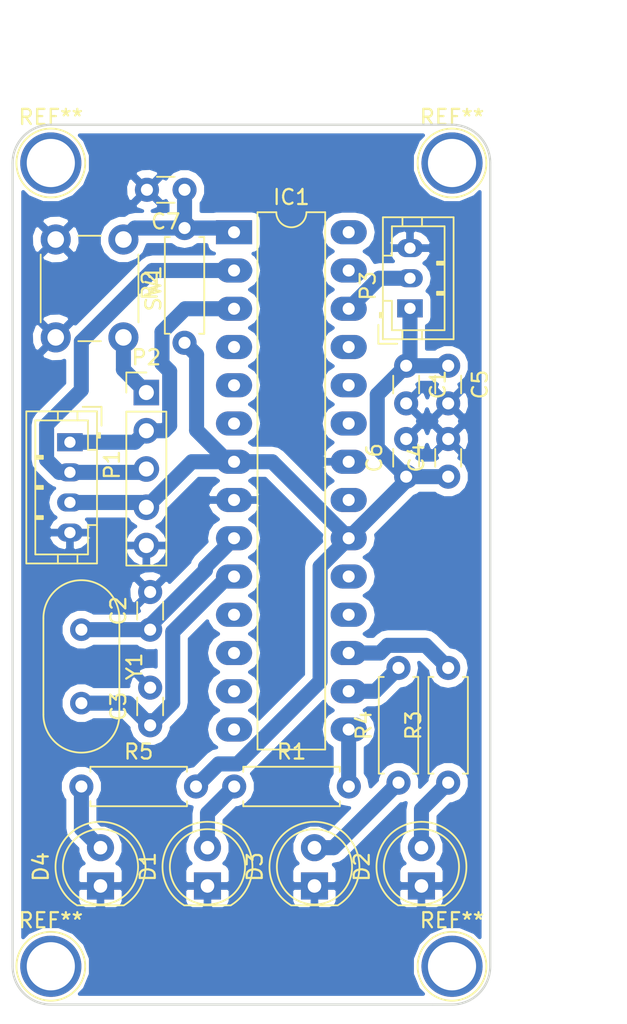
<source format=kicad_pcb>
(kicad_pcb (version 4) (host pcbnew 4.0.1-stable)

  (general
    (links 48)
    (no_connects 1)
    (area 142.164999 107.874999 174.065001 166.445001)
    (thickness 1.6)
    (drawings 14)
    (tracks 98)
    (zones 0)
    (modules 26)
    (nets 16)
  )

  (page A4)
  (layers
    (0 F.Cu signal)
    (31 B.Cu signal)
    (32 B.Adhes user)
    (33 F.Adhes user)
    (34 B.Paste user)
    (35 F.Paste user)
    (36 B.SilkS user)
    (37 F.SilkS user)
    (38 B.Mask user)
    (39 F.Mask user)
    (40 Dwgs.User user)
    (41 Cmts.User user)
    (42 Eco1.User user)
    (43 Eco2.User user)
    (44 Edge.Cuts user)
    (45 Margin user)
    (46 B.CrtYd user)
    (47 F.CrtYd user)
    (48 B.Fab user)
    (49 F.Fab user)
  )

  (setup
    (last_trace_width 0.25)
    (user_trace_width 0.4)
    (user_trace_width 0.5)
    (user_trace_width 0.8)
    (user_trace_width 1)
    (trace_clearance 0.2)
    (zone_clearance 0.5)
    (zone_45_only no)
    (trace_min 0.2)
    (segment_width 0.2)
    (edge_width 0.15)
    (via_size 0.6)
    (via_drill 0.4)
    (via_min_size 0.4)
    (via_min_drill 0.3)
    (uvia_size 0.3)
    (uvia_drill 0.1)
    (uvias_allowed no)
    (uvia_min_size 0.2)
    (uvia_min_drill 0.1)
    (pcb_text_width 0.3)
    (pcb_text_size 1.5 1.5)
    (mod_edge_width 0.15)
    (mod_text_size 1 1)
    (mod_text_width 0.15)
    (pad_size 4.064 4.064)
    (pad_drill 3.2)
    (pad_to_mask_clearance 0.2)
    (aux_axis_origin 0 0)
    (visible_elements 7FFFFFFF)
    (pcbplotparams
      (layerselection 0x01000_80000000)
      (usegerberextensions true)
      (excludeedgelayer false)
      (linewidth 0.100000)
      (plotframeref false)
      (viasonmask false)
      (mode 1)
      (useauxorigin false)
      (hpglpennumber 1)
      (hpglpenspeed 20)
      (hpglpendiameter 15)
      (hpglpenoverlay 2)
      (psnegative false)
      (psa4output false)
      (plotreference true)
      (plotvalue true)
      (plotinvisibletext false)
      (padsonsilk false)
      (subtractmaskfromsilk true)
      (outputformat 1)
      (mirror false)
      (drillshape 0)
      (scaleselection 1)
      (outputdirectory H100Gerber1011/))
  )

  (net 0 "")
  (net 1 +5V)
  (net 2 GND)
  (net 3 "Net-(C2-Pad1)")
  (net 4 /Xtal)
  (net 5 /N_Rst)
  (net 6 "Net-(D1-Pad2)")
  (net 7 /Rx)
  (net 8 /Tx)
  (net 9 "Net-(IC1-Pad16)")
  (net 10 "Net-(IC1-Pad17)")
  (net 11 "Net-(D2-Pad2)")
  (net 12 "Net-(D3-Pad2)")
  (net 13 "Net-(IC1-Pad15)")
  (net 14 "Net-(D4-Pad2)")
  (net 15 /38kHz_IR)

  (net_class Default "これは標準のネット クラスです。"
    (clearance 0.2)
    (trace_width 0.25)
    (via_dia 0.6)
    (via_drill 0.4)
    (uvia_dia 0.3)
    (uvia_drill 0.1)
    (add_net +5V)
    (add_net /38kHz_IR)
    (add_net /N_Rst)
    (add_net /Rx)
    (add_net /Tx)
    (add_net /Xtal)
    (add_net GND)
    (add_net "Net-(C2-Pad1)")
    (add_net "Net-(D1-Pad2)")
    (add_net "Net-(D2-Pad2)")
    (add_net "Net-(D3-Pad2)")
    (add_net "Net-(D4-Pad2)")
    (add_net "Net-(IC1-Pad15)")
    (add_net "Net-(IC1-Pad16)")
    (add_net "Net-(IC1-Pad17)")
  )

  (module Connect:1pin (layer F.Cu) (tedit 5BBC5996) (tstamp 5BBC59C3)
    (at 144.78 163.83)
    (descr "module 1 pin (ou trou mecanique de percage)")
    (tags DEV)
    (fp_text reference REF** (at 0 -3.048) (layer F.SilkS)
      (effects (font (size 1 1) (thickness 0.15)))
    )
    (fp_text value 1pin (at 0 3) (layer F.Fab)
      (effects (font (size 1 1) (thickness 0.15)))
    )
    (fp_circle (center 0 0) (end 2 0.8) (layer F.Fab) (width 0.1))
    (fp_circle (center 0 0) (end 2.6 0) (layer F.CrtYd) (width 0.05))
    (fp_circle (center 0 0) (end 0 -2.286) (layer F.SilkS) (width 0.12))
    (pad 1 thru_hole circle (at 0 0) (size 4.064 4.064) (drill 3.2) (layers *.Cu *.Mask))
  )

  (module Connect:1pin (layer F.Cu) (tedit 5BBC5996) (tstamp 5BBC59BB)
    (at 171.45 163.83)
    (descr "module 1 pin (ou trou mecanique de percage)")
    (tags DEV)
    (fp_text reference REF** (at 0 -3.048) (layer F.SilkS)
      (effects (font (size 1 1) (thickness 0.15)))
    )
    (fp_text value 1pin (at 0 3) (layer F.Fab)
      (effects (font (size 1 1) (thickness 0.15)))
    )
    (fp_circle (center 0 0) (end 2 0.8) (layer F.Fab) (width 0.1))
    (fp_circle (center 0 0) (end 2.6 0) (layer F.CrtYd) (width 0.05))
    (fp_circle (center 0 0) (end 0 -2.286) (layer F.SilkS) (width 0.12))
    (pad 1 thru_hole circle (at 0 0) (size 4.064 4.064) (drill 3.2) (layers *.Cu *.Mask))
  )

  (module Connect:1pin (layer F.Cu) (tedit 5BBC5996) (tstamp 5BBC59AB)
    (at 171.45 110.49)
    (descr "module 1 pin (ou trou mecanique de percage)")
    (tags DEV)
    (fp_text reference REF** (at 0 -3.048) (layer F.SilkS)
      (effects (font (size 1 1) (thickness 0.15)))
    )
    (fp_text value 1pin (at 0 3) (layer F.Fab)
      (effects (font (size 1 1) (thickness 0.15)))
    )
    (fp_circle (center 0 0) (end 2 0.8) (layer F.Fab) (width 0.1))
    (fp_circle (center 0 0) (end 2.6 0) (layer F.CrtYd) (width 0.05))
    (fp_circle (center 0 0) (end 0 -2.286) (layer F.SilkS) (width 0.12))
    (pad 1 thru_hole circle (at 0 0) (size 4.064 4.064) (drill 3.2) (layers *.Cu *.Mask))
  )

  (module Capacitors_THT:C_Disc_D3.0mm_W1.6mm_P2.50mm (layer F.Cu) (tedit 597BC7C2) (tstamp 5BBB2D19)
    (at 168.402 123.952 270)
    (descr "C, Disc series, Radial, pin pitch=2.50mm, , diameter*width=3.0*1.6mm^2, Capacitor, http://www.vishay.com/docs/45233/krseries.pdf")
    (tags "C Disc series Radial pin pitch 2.50mm  diameter 3.0mm width 1.6mm Capacitor")
    (path /59675D58)
    (fp_text reference C1 (at 1.25 -2.11 270) (layer F.SilkS)
      (effects (font (size 1 1) (thickness 0.15)))
    )
    (fp_text value 1uF (at 1.25 2.11 270) (layer F.Fab)
      (effects (font (size 1 1) (thickness 0.15)))
    )
    (fp_line (start -0.25 -0.8) (end -0.25 0.8) (layer F.Fab) (width 0.1))
    (fp_line (start -0.25 0.8) (end 2.75 0.8) (layer F.Fab) (width 0.1))
    (fp_line (start 2.75 0.8) (end 2.75 -0.8) (layer F.Fab) (width 0.1))
    (fp_line (start 2.75 -0.8) (end -0.25 -0.8) (layer F.Fab) (width 0.1))
    (fp_line (start 0.663 -0.861) (end 1.837 -0.861) (layer F.SilkS) (width 0.12))
    (fp_line (start 0.663 0.861) (end 1.837 0.861) (layer F.SilkS) (width 0.12))
    (fp_line (start -1.05 -1.15) (end -1.05 1.15) (layer F.CrtYd) (width 0.05))
    (fp_line (start -1.05 1.15) (end 3.55 1.15) (layer F.CrtYd) (width 0.05))
    (fp_line (start 3.55 1.15) (end 3.55 -1.15) (layer F.CrtYd) (width 0.05))
    (fp_line (start 3.55 -1.15) (end -1.05 -1.15) (layer F.CrtYd) (width 0.05))
    (fp_text user %R (at 1.25 0 270) (layer F.Fab)
      (effects (font (size 1 1) (thickness 0.15)))
    )
    (pad 1 thru_hole circle (at 0 0 270) (size 1.6 1.6) (drill 0.8) (layers *.Cu *.Mask)
      (net 1 +5V))
    (pad 2 thru_hole circle (at 2.5 0 270) (size 1.6 1.6) (drill 0.8) (layers *.Cu *.Mask)
      (net 2 GND))
    (model ${KISYS3DMOD}/Capacitors_THT.3dshapes/C_Disc_D3.0mm_W1.6mm_P2.50mm.wrl
      (at (xyz 0 0 0))
      (scale (xyz 1 1 1))
      (rotate (xyz 0 0 0))
    )
  )

  (module Capacitors_THT:C_Disc_D3.0mm_W1.6mm_P2.50mm (layer F.Cu) (tedit 597BC7C2) (tstamp 5BBB2D2A)
    (at 151.384 141.478 90)
    (descr "C, Disc series, Radial, pin pitch=2.50mm, , diameter*width=3.0*1.6mm^2, Capacitor, http://www.vishay.com/docs/45233/krseries.pdf")
    (tags "C Disc series Radial pin pitch 2.50mm  diameter 3.0mm width 1.6mm Capacitor")
    (path /5967601B)
    (fp_text reference C2 (at 1.25 -2.11 90) (layer F.SilkS)
      (effects (font (size 1 1) (thickness 0.15)))
    )
    (fp_text value 22pF (at 1.25 2.11 90) (layer F.Fab)
      (effects (font (size 1 1) (thickness 0.15)))
    )
    (fp_line (start -0.25 -0.8) (end -0.25 0.8) (layer F.Fab) (width 0.1))
    (fp_line (start -0.25 0.8) (end 2.75 0.8) (layer F.Fab) (width 0.1))
    (fp_line (start 2.75 0.8) (end 2.75 -0.8) (layer F.Fab) (width 0.1))
    (fp_line (start 2.75 -0.8) (end -0.25 -0.8) (layer F.Fab) (width 0.1))
    (fp_line (start 0.663 -0.861) (end 1.837 -0.861) (layer F.SilkS) (width 0.12))
    (fp_line (start 0.663 0.861) (end 1.837 0.861) (layer F.SilkS) (width 0.12))
    (fp_line (start -1.05 -1.15) (end -1.05 1.15) (layer F.CrtYd) (width 0.05))
    (fp_line (start -1.05 1.15) (end 3.55 1.15) (layer F.CrtYd) (width 0.05))
    (fp_line (start 3.55 1.15) (end 3.55 -1.15) (layer F.CrtYd) (width 0.05))
    (fp_line (start 3.55 -1.15) (end -1.05 -1.15) (layer F.CrtYd) (width 0.05))
    (fp_text user %R (at 1.25 0 90) (layer F.Fab)
      (effects (font (size 1 1) (thickness 0.15)))
    )
    (pad 1 thru_hole circle (at 0 0 90) (size 1.6 1.6) (drill 0.8) (layers *.Cu *.Mask)
      (net 3 "Net-(C2-Pad1)"))
    (pad 2 thru_hole circle (at 2.5 0 90) (size 1.6 1.6) (drill 0.8) (layers *.Cu *.Mask)
      (net 2 GND))
    (model ${KISYS3DMOD}/Capacitors_THT.3dshapes/C_Disc_D3.0mm_W1.6mm_P2.50mm.wrl
      (at (xyz 0 0 0))
      (scale (xyz 1 1 1))
      (rotate (xyz 0 0 0))
    )
  )

  (module Capacitors_THT:C_Disc_D3.0mm_W1.6mm_P2.50mm (layer F.Cu) (tedit 597BC7C2) (tstamp 5BBB2D3B)
    (at 151.384 147.828 90)
    (descr "C, Disc series, Radial, pin pitch=2.50mm, , diameter*width=3.0*1.6mm^2, Capacitor, http://www.vishay.com/docs/45233/krseries.pdf")
    (tags "C Disc series Radial pin pitch 2.50mm  diameter 3.0mm width 1.6mm Capacitor")
    (path /5967606A)
    (fp_text reference C3 (at 1.25 -2.11 90) (layer F.SilkS)
      (effects (font (size 1 1) (thickness 0.15)))
    )
    (fp_text value 22pF (at 1.25 2.11 90) (layer F.Fab)
      (effects (font (size 1 1) (thickness 0.15)))
    )
    (fp_line (start -0.25 -0.8) (end -0.25 0.8) (layer F.Fab) (width 0.1))
    (fp_line (start -0.25 0.8) (end 2.75 0.8) (layer F.Fab) (width 0.1))
    (fp_line (start 2.75 0.8) (end 2.75 -0.8) (layer F.Fab) (width 0.1))
    (fp_line (start 2.75 -0.8) (end -0.25 -0.8) (layer F.Fab) (width 0.1))
    (fp_line (start 0.663 -0.861) (end 1.837 -0.861) (layer F.SilkS) (width 0.12))
    (fp_line (start 0.663 0.861) (end 1.837 0.861) (layer F.SilkS) (width 0.12))
    (fp_line (start -1.05 -1.15) (end -1.05 1.15) (layer F.CrtYd) (width 0.05))
    (fp_line (start -1.05 1.15) (end 3.55 1.15) (layer F.CrtYd) (width 0.05))
    (fp_line (start 3.55 1.15) (end 3.55 -1.15) (layer F.CrtYd) (width 0.05))
    (fp_line (start 3.55 -1.15) (end -1.05 -1.15) (layer F.CrtYd) (width 0.05))
    (fp_text user %R (at 1.25 0 90) (layer F.Fab)
      (effects (font (size 1 1) (thickness 0.15)))
    )
    (pad 1 thru_hole circle (at 0 0 90) (size 1.6 1.6) (drill 0.8) (layers *.Cu *.Mask)
      (net 4 /Xtal))
    (pad 2 thru_hole circle (at 2.5 0 90) (size 1.6 1.6) (drill 0.8) (layers *.Cu *.Mask)
      (net 2 GND))
    (model ${KISYS3DMOD}/Capacitors_THT.3dshapes/C_Disc_D3.0mm_W1.6mm_P2.50mm.wrl
      (at (xyz 0 0 0))
      (scale (xyz 1 1 1))
      (rotate (xyz 0 0 0))
    )
  )

  (module Capacitors_THT:C_Disc_D3.0mm_W1.6mm_P2.50mm (layer F.Cu) (tedit 597BC7C2) (tstamp 5BBB2D4C)
    (at 171.196 131.318 90)
    (descr "C, Disc series, Radial, pin pitch=2.50mm, , diameter*width=3.0*1.6mm^2, Capacitor, http://www.vishay.com/docs/45233/krseries.pdf")
    (tags "C Disc series Radial pin pitch 2.50mm  diameter 3.0mm width 1.6mm Capacitor")
    (path /596743F8)
    (fp_text reference C4 (at 1.25 -2.11 90) (layer F.SilkS)
      (effects (font (size 1 1) (thickness 0.15)))
    )
    (fp_text value 1uF (at 1.25 2.11 90) (layer F.Fab)
      (effects (font (size 1 1) (thickness 0.15)))
    )
    (fp_line (start -0.25 -0.8) (end -0.25 0.8) (layer F.Fab) (width 0.1))
    (fp_line (start -0.25 0.8) (end 2.75 0.8) (layer F.Fab) (width 0.1))
    (fp_line (start 2.75 0.8) (end 2.75 -0.8) (layer F.Fab) (width 0.1))
    (fp_line (start 2.75 -0.8) (end -0.25 -0.8) (layer F.Fab) (width 0.1))
    (fp_line (start 0.663 -0.861) (end 1.837 -0.861) (layer F.SilkS) (width 0.12))
    (fp_line (start 0.663 0.861) (end 1.837 0.861) (layer F.SilkS) (width 0.12))
    (fp_line (start -1.05 -1.15) (end -1.05 1.15) (layer F.CrtYd) (width 0.05))
    (fp_line (start -1.05 1.15) (end 3.55 1.15) (layer F.CrtYd) (width 0.05))
    (fp_line (start 3.55 1.15) (end 3.55 -1.15) (layer F.CrtYd) (width 0.05))
    (fp_line (start 3.55 -1.15) (end -1.05 -1.15) (layer F.CrtYd) (width 0.05))
    (fp_text user %R (at 1.25 0 90) (layer F.Fab)
      (effects (font (size 1 1) (thickness 0.15)))
    )
    (pad 1 thru_hole circle (at 0 0 90) (size 1.6 1.6) (drill 0.8) (layers *.Cu *.Mask)
      (net 1 +5V))
    (pad 2 thru_hole circle (at 2.5 0 90) (size 1.6 1.6) (drill 0.8) (layers *.Cu *.Mask)
      (net 2 GND))
    (model ${KISYS3DMOD}/Capacitors_THT.3dshapes/C_Disc_D3.0mm_W1.6mm_P2.50mm.wrl
      (at (xyz 0 0 0))
      (scale (xyz 1 1 1))
      (rotate (xyz 0 0 0))
    )
  )

  (module Capacitors_THT:C_Disc_D3.0mm_W1.6mm_P2.50mm (layer F.Cu) (tedit 597BC7C2) (tstamp 5BBB2D5D)
    (at 171.196 123.952 270)
    (descr "C, Disc series, Radial, pin pitch=2.50mm, , diameter*width=3.0*1.6mm^2, Capacitor, http://www.vishay.com/docs/45233/krseries.pdf")
    (tags "C Disc series Radial pin pitch 2.50mm  diameter 3.0mm width 1.6mm Capacitor")
    (path /596745B1)
    (fp_text reference C5 (at 1.25 -2.11 270) (layer F.SilkS)
      (effects (font (size 1 1) (thickness 0.15)))
    )
    (fp_text value 1uF (at 1.25 2.11 270) (layer F.Fab)
      (effects (font (size 1 1) (thickness 0.15)))
    )
    (fp_line (start -0.25 -0.8) (end -0.25 0.8) (layer F.Fab) (width 0.1))
    (fp_line (start -0.25 0.8) (end 2.75 0.8) (layer F.Fab) (width 0.1))
    (fp_line (start 2.75 0.8) (end 2.75 -0.8) (layer F.Fab) (width 0.1))
    (fp_line (start 2.75 -0.8) (end -0.25 -0.8) (layer F.Fab) (width 0.1))
    (fp_line (start 0.663 -0.861) (end 1.837 -0.861) (layer F.SilkS) (width 0.12))
    (fp_line (start 0.663 0.861) (end 1.837 0.861) (layer F.SilkS) (width 0.12))
    (fp_line (start -1.05 -1.15) (end -1.05 1.15) (layer F.CrtYd) (width 0.05))
    (fp_line (start -1.05 1.15) (end 3.55 1.15) (layer F.CrtYd) (width 0.05))
    (fp_line (start 3.55 1.15) (end 3.55 -1.15) (layer F.CrtYd) (width 0.05))
    (fp_line (start 3.55 -1.15) (end -1.05 -1.15) (layer F.CrtYd) (width 0.05))
    (fp_text user %R (at 1.25 0 270) (layer F.Fab)
      (effects (font (size 1 1) (thickness 0.15)))
    )
    (pad 1 thru_hole circle (at 0 0 270) (size 1.6 1.6) (drill 0.8) (layers *.Cu *.Mask)
      (net 1 +5V))
    (pad 2 thru_hole circle (at 2.5 0 270) (size 1.6 1.6) (drill 0.8) (layers *.Cu *.Mask)
      (net 2 GND))
    (model ${KISYS3DMOD}/Capacitors_THT.3dshapes/C_Disc_D3.0mm_W1.6mm_P2.50mm.wrl
      (at (xyz 0 0 0))
      (scale (xyz 1 1 1))
      (rotate (xyz 0 0 0))
    )
  )

  (module Capacitors_THT:C_Disc_D3.0mm_W1.6mm_P2.50mm (layer F.Cu) (tedit 597BC7C2) (tstamp 5BBB2D6E)
    (at 168.402 131.318 90)
    (descr "C, Disc series, Radial, pin pitch=2.50mm, , diameter*width=3.0*1.6mm^2, Capacitor, http://www.vishay.com/docs/45233/krseries.pdf")
    (tags "C Disc series Radial pin pitch 2.50mm  diameter 3.0mm width 1.6mm Capacitor")
    (path /59675CF7)
    (fp_text reference C6 (at 1.25 -2.11 90) (layer F.SilkS)
      (effects (font (size 1 1) (thickness 0.15)))
    )
    (fp_text value 1uF (at 1.25 2.11 90) (layer F.Fab)
      (effects (font (size 1 1) (thickness 0.15)))
    )
    (fp_line (start -0.25 -0.8) (end -0.25 0.8) (layer F.Fab) (width 0.1))
    (fp_line (start -0.25 0.8) (end 2.75 0.8) (layer F.Fab) (width 0.1))
    (fp_line (start 2.75 0.8) (end 2.75 -0.8) (layer F.Fab) (width 0.1))
    (fp_line (start 2.75 -0.8) (end -0.25 -0.8) (layer F.Fab) (width 0.1))
    (fp_line (start 0.663 -0.861) (end 1.837 -0.861) (layer F.SilkS) (width 0.12))
    (fp_line (start 0.663 0.861) (end 1.837 0.861) (layer F.SilkS) (width 0.12))
    (fp_line (start -1.05 -1.15) (end -1.05 1.15) (layer F.CrtYd) (width 0.05))
    (fp_line (start -1.05 1.15) (end 3.55 1.15) (layer F.CrtYd) (width 0.05))
    (fp_line (start 3.55 1.15) (end 3.55 -1.15) (layer F.CrtYd) (width 0.05))
    (fp_line (start 3.55 -1.15) (end -1.05 -1.15) (layer F.CrtYd) (width 0.05))
    (fp_text user %R (at 1.25 0 90) (layer F.Fab)
      (effects (font (size 1 1) (thickness 0.15)))
    )
    (pad 1 thru_hole circle (at 0 0 90) (size 1.6 1.6) (drill 0.8) (layers *.Cu *.Mask)
      (net 1 +5V))
    (pad 2 thru_hole circle (at 2.5 0 90) (size 1.6 1.6) (drill 0.8) (layers *.Cu *.Mask)
      (net 2 GND))
    (model ${KISYS3DMOD}/Capacitors_THT.3dshapes/C_Disc_D3.0mm_W1.6mm_P2.50mm.wrl
      (at (xyz 0 0 0))
      (scale (xyz 1 1 1))
      (rotate (xyz 0 0 0))
    )
  )

  (module Capacitors_THT:C_Disc_D3.0mm_W1.6mm_P2.50mm (layer F.Cu) (tedit 5BBF12DF) (tstamp 5BBB2D7F)
    (at 153.67 112.268 180)
    (descr "C, Disc series, Radial, pin pitch=2.50mm, , diameter*width=3.0*1.6mm^2, Capacitor, http://www.vishay.com/docs/45233/krseries.pdf")
    (tags "C Disc series Radial pin pitch 2.50mm  diameter 3.0mm width 1.6mm Capacitor")
    (path /59674123)
    (fp_text reference C7 (at 1.25 -2.11 180) (layer F.SilkS)
      (effects (font (size 1 1) (thickness 0.15)))
    )
    (fp_text value 1uF (at 1.25 2.11 180) (layer F.Fab)
      (effects (font (size 1 1) (thickness 0.15)))
    )
    (fp_line (start -0.25 -0.8) (end -0.25 0.8) (layer F.Fab) (width 0.1))
    (fp_line (start -0.25 0.8) (end 2.75 0.8) (layer F.Fab) (width 0.1))
    (fp_line (start 2.75 0.8) (end 2.75 -0.8) (layer F.Fab) (width 0.1))
    (fp_line (start 2.75 -0.8) (end -0.25 -0.8) (layer F.Fab) (width 0.1))
    (fp_line (start 0.663 -0.861) (end 1.837 -0.861) (layer F.SilkS) (width 0.12))
    (fp_line (start 0.663 0.861) (end 1.837 0.861) (layer F.SilkS) (width 0.12))
    (fp_line (start -1.05 -1.15) (end -1.05 1.15) (layer F.CrtYd) (width 0.05))
    (fp_line (start -1.05 1.15) (end 3.55 1.15) (layer F.CrtYd) (width 0.05))
    (fp_line (start 3.55 1.15) (end 3.55 -1.15) (layer F.CrtYd) (width 0.05))
    (fp_line (start 3.55 -1.15) (end -1.05 -1.15) (layer F.CrtYd) (width 0.05))
    (fp_text user %R (at 1.25 0 180) (layer F.Fab)
      (effects (font (size 1 1) (thickness 0.15)))
    )
    (pad 1 thru_hole circle (at 0 0 180) (size 1.6 1.6) (drill 0.8) (layers *.Cu *.Mask)
      (net 5 /N_Rst))
    (pad 2 thru_hole circle (at 2.5 0 180) (size 1.6 1.6) (drill 0.8) (layers *.Cu *.Mask)
      (net 2 GND))
    (model ${KISYS3DMOD}/Capacitors_THT.3dshapes/C_Disc_D3.0mm_W1.6mm_P2.50mm.wrl
      (at (xyz 0 0 0))
      (scale (xyz 1 1 1))
      (rotate (xyz 0 0 0))
    )
  )

  (module LEDs:LED_D5.0mm (layer F.Cu) (tedit 5995936A) (tstamp 5BBB2D91)
    (at 155.194 158.496 90)
    (descr "LED, diameter 5.0mm, 2 pins, http://cdn-reichelt.de/documents/datenblatt/A500/LL-504BC2E-009.pdf")
    (tags "LED diameter 5.0mm 2 pins")
    (path /59674162)
    (fp_text reference D1 (at 1.27 -3.96 90) (layer F.SilkS)
      (effects (font (size 1 1) (thickness 0.15)))
    )
    (fp_text value Status (at 1.27 3.96 90) (layer F.Fab)
      (effects (font (size 1 1) (thickness 0.15)))
    )
    (fp_arc (start 1.27 0) (end -1.23 -1.469694) (angle 299.1) (layer F.Fab) (width 0.1))
    (fp_arc (start 1.27 0) (end -1.29 -1.54483) (angle 148.9) (layer F.SilkS) (width 0.12))
    (fp_arc (start 1.27 0) (end -1.29 1.54483) (angle -148.9) (layer F.SilkS) (width 0.12))
    (fp_circle (center 1.27 0) (end 3.77 0) (layer F.Fab) (width 0.1))
    (fp_circle (center 1.27 0) (end 3.77 0) (layer F.SilkS) (width 0.12))
    (fp_line (start -1.23 -1.469694) (end -1.23 1.469694) (layer F.Fab) (width 0.1))
    (fp_line (start -1.29 -1.545) (end -1.29 1.545) (layer F.SilkS) (width 0.12))
    (fp_line (start -1.95 -3.25) (end -1.95 3.25) (layer F.CrtYd) (width 0.05))
    (fp_line (start -1.95 3.25) (end 4.5 3.25) (layer F.CrtYd) (width 0.05))
    (fp_line (start 4.5 3.25) (end 4.5 -3.25) (layer F.CrtYd) (width 0.05))
    (fp_line (start 4.5 -3.25) (end -1.95 -3.25) (layer F.CrtYd) (width 0.05))
    (fp_text user %R (at 1.25 0 90) (layer F.Fab)
      (effects (font (size 0.8 0.8) (thickness 0.2)))
    )
    (pad 1 thru_hole rect (at 0 0 90) (size 1.8 1.8) (drill 0.9) (layers *.Cu *.Mask)
      (net 2 GND))
    (pad 2 thru_hole circle (at 2.54 0 90) (size 1.8 1.8) (drill 0.9) (layers *.Cu *.Mask)
      (net 6 "Net-(D1-Pad2)"))
    (model ${KISYS3DMOD}/LEDs.3dshapes/LED_D5.0mm.wrl
      (at (xyz 0 0 0))
      (scale (xyz 0.393701 0.393701 0.393701))
      (rotate (xyz 0 0 0))
    )
  )

  (module LEDs:LED_D5.0mm (layer F.Cu) (tedit 5995936A) (tstamp 5BBB2DA3)
    (at 169.418 158.496 90)
    (descr "LED, diameter 5.0mm, 2 pins, http://cdn-reichelt.de/documents/datenblatt/A500/LL-504BC2E-009.pdf")
    (tags "LED diameter 5.0mm 2 pins")
    (path /5A3CE7CA)
    (fp_text reference D2 (at 1.27 -3.96 90) (layer F.SilkS)
      (effects (font (size 1 1) (thickness 0.15)))
    )
    (fp_text value RxD (at 1.27 3.96 90) (layer F.Fab)
      (effects (font (size 1 1) (thickness 0.15)))
    )
    (fp_arc (start 1.27 0) (end -1.23 -1.469694) (angle 299.1) (layer F.Fab) (width 0.1))
    (fp_arc (start 1.27 0) (end -1.29 -1.54483) (angle 148.9) (layer F.SilkS) (width 0.12))
    (fp_arc (start 1.27 0) (end -1.29 1.54483) (angle -148.9) (layer F.SilkS) (width 0.12))
    (fp_circle (center 1.27 0) (end 3.77 0) (layer F.Fab) (width 0.1))
    (fp_circle (center 1.27 0) (end 3.77 0) (layer F.SilkS) (width 0.12))
    (fp_line (start -1.23 -1.469694) (end -1.23 1.469694) (layer F.Fab) (width 0.1))
    (fp_line (start -1.29 -1.545) (end -1.29 1.545) (layer F.SilkS) (width 0.12))
    (fp_line (start -1.95 -3.25) (end -1.95 3.25) (layer F.CrtYd) (width 0.05))
    (fp_line (start -1.95 3.25) (end 4.5 3.25) (layer F.CrtYd) (width 0.05))
    (fp_line (start 4.5 3.25) (end 4.5 -3.25) (layer F.CrtYd) (width 0.05))
    (fp_line (start 4.5 -3.25) (end -1.95 -3.25) (layer F.CrtYd) (width 0.05))
    (fp_text user %R (at 1.25 0 90) (layer F.Fab)
      (effects (font (size 0.8 0.8) (thickness 0.2)))
    )
    (pad 1 thru_hole rect (at 0 0 90) (size 1.8 1.8) (drill 0.9) (layers *.Cu *.Mask)
      (net 2 GND))
    (pad 2 thru_hole circle (at 2.54 0 90) (size 1.8 1.8) (drill 0.9) (layers *.Cu *.Mask)
      (net 11 "Net-(D2-Pad2)"))
    (model ${KISYS3DMOD}/LEDs.3dshapes/LED_D5.0mm.wrl
      (at (xyz 0 0 0))
      (scale (xyz 0.393701 0.393701 0.393701))
      (rotate (xyz 0 0 0))
    )
  )

  (module LEDs:LED_D5.0mm (layer F.Cu) (tedit 5995936A) (tstamp 5BBB2DB5)
    (at 162.306 158.496 90)
    (descr "LED, diameter 5.0mm, 2 pins, http://cdn-reichelt.de/documents/datenblatt/A500/LL-504BC2E-009.pdf")
    (tags "LED diameter 5.0mm 2 pins")
    (path /5A3CE897)
    (fp_text reference D3 (at 1.27 -3.96 90) (layer F.SilkS)
      (effects (font (size 1 1) (thickness 0.15)))
    )
    (fp_text value TxD (at 1.27 3.96 90) (layer F.Fab)
      (effects (font (size 1 1) (thickness 0.15)))
    )
    (fp_arc (start 1.27 0) (end -1.23 -1.469694) (angle 299.1) (layer F.Fab) (width 0.1))
    (fp_arc (start 1.27 0) (end -1.29 -1.54483) (angle 148.9) (layer F.SilkS) (width 0.12))
    (fp_arc (start 1.27 0) (end -1.29 1.54483) (angle -148.9) (layer F.SilkS) (width 0.12))
    (fp_circle (center 1.27 0) (end 3.77 0) (layer F.Fab) (width 0.1))
    (fp_circle (center 1.27 0) (end 3.77 0) (layer F.SilkS) (width 0.12))
    (fp_line (start -1.23 -1.469694) (end -1.23 1.469694) (layer F.Fab) (width 0.1))
    (fp_line (start -1.29 -1.545) (end -1.29 1.545) (layer F.SilkS) (width 0.12))
    (fp_line (start -1.95 -3.25) (end -1.95 3.25) (layer F.CrtYd) (width 0.05))
    (fp_line (start -1.95 3.25) (end 4.5 3.25) (layer F.CrtYd) (width 0.05))
    (fp_line (start 4.5 3.25) (end 4.5 -3.25) (layer F.CrtYd) (width 0.05))
    (fp_line (start 4.5 -3.25) (end -1.95 -3.25) (layer F.CrtYd) (width 0.05))
    (fp_text user %R (at 1.25 0 90) (layer F.Fab)
      (effects (font (size 0.8 0.8) (thickness 0.2)))
    )
    (pad 1 thru_hole rect (at 0 0 90) (size 1.8 1.8) (drill 0.9) (layers *.Cu *.Mask)
      (net 2 GND))
    (pad 2 thru_hole circle (at 2.54 0 90) (size 1.8 1.8) (drill 0.9) (layers *.Cu *.Mask)
      (net 12 "Net-(D3-Pad2)"))
    (model ${KISYS3DMOD}/LEDs.3dshapes/LED_D5.0mm.wrl
      (at (xyz 0 0 0))
      (scale (xyz 0.393701 0.393701 0.393701))
      (rotate (xyz 0 0 0))
    )
  )

  (module LEDs:LED_D5.0mm (layer F.Cu) (tedit 5995936A) (tstamp 5BBB2DC7)
    (at 148.082 158.496 90)
    (descr "LED, diameter 5.0mm, 2 pins, http://cdn-reichelt.de/documents/datenblatt/A500/LL-504BC2E-009.pdf")
    (tags "LED diameter 5.0mm 2 pins")
    (path /5A64A9AB)
    (fp_text reference D4 (at 1.27 -3.96 90) (layer F.SilkS)
      (effects (font (size 1 1) (thickness 0.15)))
    )
    (fp_text value Power (at 1.27 3.96 90) (layer F.Fab)
      (effects (font (size 1 1) (thickness 0.15)))
    )
    (fp_arc (start 1.27 0) (end -1.23 -1.469694) (angle 299.1) (layer F.Fab) (width 0.1))
    (fp_arc (start 1.27 0) (end -1.29 -1.54483) (angle 148.9) (layer F.SilkS) (width 0.12))
    (fp_arc (start 1.27 0) (end -1.29 1.54483) (angle -148.9) (layer F.SilkS) (width 0.12))
    (fp_circle (center 1.27 0) (end 3.77 0) (layer F.Fab) (width 0.1))
    (fp_circle (center 1.27 0) (end 3.77 0) (layer F.SilkS) (width 0.12))
    (fp_line (start -1.23 -1.469694) (end -1.23 1.469694) (layer F.Fab) (width 0.1))
    (fp_line (start -1.29 -1.545) (end -1.29 1.545) (layer F.SilkS) (width 0.12))
    (fp_line (start -1.95 -3.25) (end -1.95 3.25) (layer F.CrtYd) (width 0.05))
    (fp_line (start -1.95 3.25) (end 4.5 3.25) (layer F.CrtYd) (width 0.05))
    (fp_line (start 4.5 3.25) (end 4.5 -3.25) (layer F.CrtYd) (width 0.05))
    (fp_line (start 4.5 -3.25) (end -1.95 -3.25) (layer F.CrtYd) (width 0.05))
    (fp_text user %R (at 1.25 0 90) (layer F.Fab)
      (effects (font (size 0.8 0.8) (thickness 0.2)))
    )
    (pad 1 thru_hole rect (at 0 0 90) (size 1.8 1.8) (drill 0.9) (layers *.Cu *.Mask)
      (net 2 GND))
    (pad 2 thru_hole circle (at 2.54 0 90) (size 1.8 1.8) (drill 0.9) (layers *.Cu *.Mask)
      (net 14 "Net-(D4-Pad2)"))
    (model ${KISYS3DMOD}/LEDs.3dshapes/LED_D5.0mm.wrl
      (at (xyz 0 0 0))
      (scale (xyz 0.393701 0.393701 0.393701))
      (rotate (xyz 0 0 0))
    )
  )

  (module Housings_DIP:DIP-28_W7.62mm_LongPads (layer F.Cu) (tedit 59C78D6B) (tstamp 5BBB2DF7)
    (at 156.960524 115.088)
    (descr "28-lead though-hole mounted DIP package, row spacing 7.62 mm (300 mils), LongPads")
    (tags "THT DIP DIL PDIP 2.54mm 7.62mm 300mil LongPads")
    (path /5BBB25CF)
    (fp_text reference IC1 (at 3.81 -2.33) (layer F.SilkS)
      (effects (font (size 1 1) (thickness 0.15)))
    )
    (fp_text value ATMEGA328P-P (at 3.81 35.35) (layer F.Fab)
      (effects (font (size 1 1) (thickness 0.15)))
    )
    (fp_arc (start 3.81 -1.33) (end 2.81 -1.33) (angle -180) (layer F.SilkS) (width 0.12))
    (fp_line (start 1.635 -1.27) (end 6.985 -1.27) (layer F.Fab) (width 0.1))
    (fp_line (start 6.985 -1.27) (end 6.985 34.29) (layer F.Fab) (width 0.1))
    (fp_line (start 6.985 34.29) (end 0.635 34.29) (layer F.Fab) (width 0.1))
    (fp_line (start 0.635 34.29) (end 0.635 -0.27) (layer F.Fab) (width 0.1))
    (fp_line (start 0.635 -0.27) (end 1.635 -1.27) (layer F.Fab) (width 0.1))
    (fp_line (start 2.81 -1.33) (end 1.56 -1.33) (layer F.SilkS) (width 0.12))
    (fp_line (start 1.56 -1.33) (end 1.56 34.35) (layer F.SilkS) (width 0.12))
    (fp_line (start 1.56 34.35) (end 6.06 34.35) (layer F.SilkS) (width 0.12))
    (fp_line (start 6.06 34.35) (end 6.06 -1.33) (layer F.SilkS) (width 0.12))
    (fp_line (start 6.06 -1.33) (end 4.81 -1.33) (layer F.SilkS) (width 0.12))
    (fp_line (start -1.45 -1.55) (end -1.45 34.55) (layer F.CrtYd) (width 0.05))
    (fp_line (start -1.45 34.55) (end 9.1 34.55) (layer F.CrtYd) (width 0.05))
    (fp_line (start 9.1 34.55) (end 9.1 -1.55) (layer F.CrtYd) (width 0.05))
    (fp_line (start 9.1 -1.55) (end -1.45 -1.55) (layer F.CrtYd) (width 0.05))
    (fp_text user %R (at 3.81 16.51) (layer F.Fab)
      (effects (font (size 1 1) (thickness 0.15)))
    )
    (pad 1 thru_hole rect (at 0 0) (size 2.4 1.6) (drill 0.8) (layers *.Cu *.Mask)
      (net 5 /N_Rst))
    (pad 15 thru_hole oval (at 7.62 33.02) (size 2.4 1.6) (drill 0.8) (layers *.Cu *.Mask)
      (net 13 "Net-(IC1-Pad15)"))
    (pad 2 thru_hole oval (at 0 2.54) (size 2.4 1.6) (drill 0.8) (layers *.Cu *.Mask)
      (net 7 /Rx))
    (pad 16 thru_hole oval (at 7.62 30.48) (size 2.4 1.6) (drill 0.8) (layers *.Cu *.Mask)
      (net 9 "Net-(IC1-Pad16)"))
    (pad 3 thru_hole oval (at 0 5.08) (size 2.4 1.6) (drill 0.8) (layers *.Cu *.Mask)
      (net 8 /Tx))
    (pad 17 thru_hole oval (at 7.62 27.94) (size 2.4 1.6) (drill 0.8) (layers *.Cu *.Mask)
      (net 10 "Net-(IC1-Pad17)"))
    (pad 4 thru_hole oval (at 0 7.62) (size 2.4 1.6) (drill 0.8) (layers *.Cu *.Mask))
    (pad 18 thru_hole oval (at 7.62 25.4) (size 2.4 1.6) (drill 0.8) (layers *.Cu *.Mask))
    (pad 5 thru_hole oval (at 0 10.16) (size 2.4 1.6) (drill 0.8) (layers *.Cu *.Mask))
    (pad 19 thru_hole oval (at 7.62 22.86) (size 2.4 1.6) (drill 0.8) (layers *.Cu *.Mask))
    (pad 6 thru_hole oval (at 0 12.7) (size 2.4 1.6) (drill 0.8) (layers *.Cu *.Mask))
    (pad 20 thru_hole oval (at 7.62 20.32) (size 2.4 1.6) (drill 0.8) (layers *.Cu *.Mask)
      (net 1 +5V))
    (pad 7 thru_hole oval (at 0 15.24) (size 2.4 1.6) (drill 0.8) (layers *.Cu *.Mask)
      (net 1 +5V))
    (pad 21 thru_hole oval (at 7.62 17.78) (size 2.4 1.6) (drill 0.8) (layers *.Cu *.Mask))
    (pad 8 thru_hole oval (at 0 17.78) (size 2.4 1.6) (drill 0.8) (layers *.Cu *.Mask)
      (net 2 GND))
    (pad 22 thru_hole oval (at 7.62 15.24) (size 2.4 1.6) (drill 0.8) (layers *.Cu *.Mask)
      (net 2 GND))
    (pad 9 thru_hole oval (at 0 20.32) (size 2.4 1.6) (drill 0.8) (layers *.Cu *.Mask)
      (net 3 "Net-(C2-Pad1)"))
    (pad 23 thru_hole oval (at 7.62 12.7) (size 2.4 1.6) (drill 0.8) (layers *.Cu *.Mask))
    (pad 10 thru_hole oval (at 0 22.86) (size 2.4 1.6) (drill 0.8) (layers *.Cu *.Mask)
      (net 4 /Xtal))
    (pad 24 thru_hole oval (at 7.62 10.16) (size 2.4 1.6) (drill 0.8) (layers *.Cu *.Mask))
    (pad 11 thru_hole oval (at 0 25.4) (size 2.4 1.6) (drill 0.8) (layers *.Cu *.Mask))
    (pad 25 thru_hole oval (at 7.62 7.62) (size 2.4 1.6) (drill 0.8) (layers *.Cu *.Mask))
    (pad 12 thru_hole oval (at 0 27.94) (size 2.4 1.6) (drill 0.8) (layers *.Cu *.Mask))
    (pad 26 thru_hole oval (at 7.62 5.08) (size 2.4 1.6) (drill 0.8) (layers *.Cu *.Mask)
      (net 15 /38kHz_IR))
    (pad 13 thru_hole oval (at 0 30.48) (size 2.4 1.6) (drill 0.8) (layers *.Cu *.Mask))
    (pad 27 thru_hole oval (at 7.62 2.54) (size 2.4 1.6) (drill 0.8) (layers *.Cu *.Mask))
    (pad 14 thru_hole oval (at 0 33.02) (size 2.4 1.6) (drill 0.8) (layers *.Cu *.Mask))
    (pad 28 thru_hole oval (at 7.62 0) (size 2.4 1.6) (drill 0.8) (layers *.Cu *.Mask))
    (model ${KISYS3DMOD}/Housings_DIP.3dshapes/DIP-28_W7.62mm.wrl
      (at (xyz 0 0 0))
      (scale (xyz 1 1 1))
      (rotate (xyz 0 0 0))
    )
  )

  (module Connectors_JST:JST_PH_B4B-PH-K_04x2.00mm_Straight (layer F.Cu) (tedit 58D3FE4F) (tstamp 5BBB2E2B)
    (at 146.05 129.032 270)
    (descr "JST PH series connector, B4B-PH-K, top entry type, through hole, Datasheet: http://www.jst-mfg.com/product/pdf/eng/ePH.pdf")
    (tags "connector jst ph")
    (path /59673DB1)
    (fp_text reference P1 (at 1.5 -2.8 270) (layer F.SilkS)
      (effects (font (size 1 1) (thickness 0.15)))
    )
    (fp_text value Serial (at 3 3.8 270) (layer F.Fab)
      (effects (font (size 1 1) (thickness 0.15)))
    )
    (fp_line (start -2.05 -1.8) (end -2.05 2.9) (layer F.SilkS) (width 0.12))
    (fp_line (start -2.05 2.9) (end 8.05 2.9) (layer F.SilkS) (width 0.12))
    (fp_line (start 8.05 2.9) (end 8.05 -1.8) (layer F.SilkS) (width 0.12))
    (fp_line (start 8.05 -1.8) (end -2.05 -1.8) (layer F.SilkS) (width 0.12))
    (fp_line (start 0.5 -1.8) (end 0.5 -1.2) (layer F.SilkS) (width 0.12))
    (fp_line (start 0.5 -1.2) (end -1.45 -1.2) (layer F.SilkS) (width 0.12))
    (fp_line (start -1.45 -1.2) (end -1.45 2.3) (layer F.SilkS) (width 0.12))
    (fp_line (start -1.45 2.3) (end 7.45 2.3) (layer F.SilkS) (width 0.12))
    (fp_line (start 7.45 2.3) (end 7.45 -1.2) (layer F.SilkS) (width 0.12))
    (fp_line (start 7.45 -1.2) (end 5.5 -1.2) (layer F.SilkS) (width 0.12))
    (fp_line (start 5.5 -1.2) (end 5.5 -1.8) (layer F.SilkS) (width 0.12))
    (fp_line (start -2.05 -0.5) (end -1.45 -0.5) (layer F.SilkS) (width 0.12))
    (fp_line (start -2.05 0.8) (end -1.45 0.8) (layer F.SilkS) (width 0.12))
    (fp_line (start 8.05 -0.5) (end 7.45 -0.5) (layer F.SilkS) (width 0.12))
    (fp_line (start 8.05 0.8) (end 7.45 0.8) (layer F.SilkS) (width 0.12))
    (fp_line (start -0.3 -1.8) (end -0.3 -2) (layer F.SilkS) (width 0.12))
    (fp_line (start -0.3 -2) (end -0.6 -2) (layer F.SilkS) (width 0.12))
    (fp_line (start -0.6 -2) (end -0.6 -1.8) (layer F.SilkS) (width 0.12))
    (fp_line (start -0.3 -1.9) (end -0.6 -1.9) (layer F.SilkS) (width 0.12))
    (fp_line (start 0.9 2.3) (end 0.9 1.8) (layer F.SilkS) (width 0.12))
    (fp_line (start 0.9 1.8) (end 1.1 1.8) (layer F.SilkS) (width 0.12))
    (fp_line (start 1.1 1.8) (end 1.1 2.3) (layer F.SilkS) (width 0.12))
    (fp_line (start 1 2.3) (end 1 1.8) (layer F.SilkS) (width 0.12))
    (fp_line (start 2.9 2.3) (end 2.9 1.8) (layer F.SilkS) (width 0.12))
    (fp_line (start 2.9 1.8) (end 3.1 1.8) (layer F.SilkS) (width 0.12))
    (fp_line (start 3.1 1.8) (end 3.1 2.3) (layer F.SilkS) (width 0.12))
    (fp_line (start 3 2.3) (end 3 1.8) (layer F.SilkS) (width 0.12))
    (fp_line (start 4.9 2.3) (end 4.9 1.8) (layer F.SilkS) (width 0.12))
    (fp_line (start 4.9 1.8) (end 5.1 1.8) (layer F.SilkS) (width 0.12))
    (fp_line (start 5.1 1.8) (end 5.1 2.3) (layer F.SilkS) (width 0.12))
    (fp_line (start 5 2.3) (end 5 1.8) (layer F.SilkS) (width 0.12))
    (fp_line (start -1.1 -2.1) (end -2.35 -2.1) (layer F.SilkS) (width 0.12))
    (fp_line (start -2.35 -2.1) (end -2.35 -0.85) (layer F.SilkS) (width 0.12))
    (fp_line (start -1.1 -2.1) (end -2.35 -2.1) (layer F.Fab) (width 0.1))
    (fp_line (start -2.35 -2.1) (end -2.35 -0.85) (layer F.Fab) (width 0.1))
    (fp_line (start -1.95 -1.7) (end -1.95 2.8) (layer F.Fab) (width 0.1))
    (fp_line (start -1.95 2.8) (end 7.95 2.8) (layer F.Fab) (width 0.1))
    (fp_line (start 7.95 2.8) (end 7.95 -1.7) (layer F.Fab) (width 0.1))
    (fp_line (start 7.95 -1.7) (end -1.95 -1.7) (layer F.Fab) (width 0.1))
    (fp_line (start -2.45 -2.2) (end -2.45 3.3) (layer F.CrtYd) (width 0.05))
    (fp_line (start -2.45 3.3) (end 8.45 3.3) (layer F.CrtYd) (width 0.05))
    (fp_line (start 8.45 3.3) (end 8.45 -2.2) (layer F.CrtYd) (width 0.05))
    (fp_line (start 8.45 -2.2) (end -2.45 -2.2) (layer F.CrtYd) (width 0.05))
    (fp_text user %R (at 3 1.5 270) (layer F.Fab)
      (effects (font (size 1 1) (thickness 0.15)))
    )
    (pad 1 thru_hole rect (at 0 0 270) (size 1.2 1.7) (drill 0.75) (layers *.Cu *.Mask)
      (net 8 /Tx))
    (pad 2 thru_hole oval (at 2 0 270) (size 1.2 1.7) (drill 0.75) (layers *.Cu *.Mask)
      (net 7 /Rx))
    (pad 3 thru_hole oval (at 4 0 270) (size 1.2 1.7) (drill 0.75) (layers *.Cu *.Mask)
      (net 1 +5V))
    (pad 4 thru_hole oval (at 6 0 270) (size 1.2 1.7) (drill 0.75) (layers *.Cu *.Mask)
      (net 2 GND))
    (model ${KISYS3DMOD}/Connectors_JST.3dshapes/JST_PH_B4B-PH-K_04x2.00mm_Straight.wrl
      (at (xyz 0 0 0))
      (scale (xyz 1 1 1))
      (rotate (xyz 0 0 0))
    )
  )

  (module Pin_Headers:Pin_Header_Straight_1x05_Pitch2.54mm (layer F.Cu) (tedit 59650532) (tstamp 5BBB2E44)
    (at 151.13 125.73)
    (descr "Through hole straight pin header, 1x05, 2.54mm pitch, single row")
    (tags "Through hole pin header THT 1x05 2.54mm single row")
    (path /59673DD4)
    (fp_text reference P2 (at 0 -2.33) (layer F.SilkS)
      (effects (font (size 1 1) (thickness 0.15)))
    )
    (fp_text value Write (at 0 12.49) (layer F.Fab)
      (effects (font (size 1 1) (thickness 0.15)))
    )
    (fp_line (start -0.635 -1.27) (end 1.27 -1.27) (layer F.Fab) (width 0.1))
    (fp_line (start 1.27 -1.27) (end 1.27 11.43) (layer F.Fab) (width 0.1))
    (fp_line (start 1.27 11.43) (end -1.27 11.43) (layer F.Fab) (width 0.1))
    (fp_line (start -1.27 11.43) (end -1.27 -0.635) (layer F.Fab) (width 0.1))
    (fp_line (start -1.27 -0.635) (end -0.635 -1.27) (layer F.Fab) (width 0.1))
    (fp_line (start -1.33 11.49) (end 1.33 11.49) (layer F.SilkS) (width 0.12))
    (fp_line (start -1.33 1.27) (end -1.33 11.49) (layer F.SilkS) (width 0.12))
    (fp_line (start 1.33 1.27) (end 1.33 11.49) (layer F.SilkS) (width 0.12))
    (fp_line (start -1.33 1.27) (end 1.33 1.27) (layer F.SilkS) (width 0.12))
    (fp_line (start -1.33 0) (end -1.33 -1.33) (layer F.SilkS) (width 0.12))
    (fp_line (start -1.33 -1.33) (end 0 -1.33) (layer F.SilkS) (width 0.12))
    (fp_line (start -1.8 -1.8) (end -1.8 11.95) (layer F.CrtYd) (width 0.05))
    (fp_line (start -1.8 11.95) (end 1.8 11.95) (layer F.CrtYd) (width 0.05))
    (fp_line (start 1.8 11.95) (end 1.8 -1.8) (layer F.CrtYd) (width 0.05))
    (fp_line (start 1.8 -1.8) (end -1.8 -1.8) (layer F.CrtYd) (width 0.05))
    (fp_text user %R (at 0 5.08 90) (layer F.Fab)
      (effects (font (size 1 1) (thickness 0.15)))
    )
    (pad 1 thru_hole rect (at 0 0) (size 1.7 1.7) (drill 1) (layers *.Cu *.Mask)
      (net 5 /N_Rst))
    (pad 2 thru_hole oval (at 0 2.54) (size 1.7 1.7) (drill 1) (layers *.Cu *.Mask)
      (net 8 /Tx))
    (pad 3 thru_hole oval (at 0 5.08) (size 1.7 1.7) (drill 1) (layers *.Cu *.Mask)
      (net 7 /Rx))
    (pad 4 thru_hole oval (at 0 7.62) (size 1.7 1.7) (drill 1) (layers *.Cu *.Mask)
      (net 1 +5V))
    (pad 5 thru_hole oval (at 0 10.16) (size 1.7 1.7) (drill 1) (layers *.Cu *.Mask)
      (net 2 GND))
    (model ${KISYS3DMOD}/Pin_Headers.3dshapes/Pin_Header_Straight_1x05_Pitch2.54mm.wrl
      (at (xyz 0 0 0))
      (scale (xyz 1 1 1))
      (rotate (xyz 0 0 0))
    )
  )

  (module Connectors_JST:JST_PH_B3B-PH-K_03x2.00mm_Straight (layer F.Cu) (tedit 58D3FE4F) (tstamp 5BBB2E73)
    (at 168.656 120.142 90)
    (descr "JST PH series connector, B3B-PH-K, top entry type, through hole, Datasheet: http://www.jst-mfg.com/product/pdf/eng/ePH.pdf")
    (tags "connector jst ph")
    (path /5BBB2CD9)
    (fp_text reference P3 (at 1.5 -2.8 90) (layer F.SilkS)
      (effects (font (size 1 1) (thickness 0.15)))
    )
    (fp_text value 38kHz_IR_Receive (at 2 3.8 90) (layer F.Fab)
      (effects (font (size 1 1) (thickness 0.15)))
    )
    (fp_line (start -2.05 -1.8) (end -2.05 2.9) (layer F.SilkS) (width 0.12))
    (fp_line (start -2.05 2.9) (end 6.05 2.9) (layer F.SilkS) (width 0.12))
    (fp_line (start 6.05 2.9) (end 6.05 -1.8) (layer F.SilkS) (width 0.12))
    (fp_line (start 6.05 -1.8) (end -2.05 -1.8) (layer F.SilkS) (width 0.12))
    (fp_line (start 0.5 -1.8) (end 0.5 -1.2) (layer F.SilkS) (width 0.12))
    (fp_line (start 0.5 -1.2) (end -1.45 -1.2) (layer F.SilkS) (width 0.12))
    (fp_line (start -1.45 -1.2) (end -1.45 2.3) (layer F.SilkS) (width 0.12))
    (fp_line (start -1.45 2.3) (end 5.45 2.3) (layer F.SilkS) (width 0.12))
    (fp_line (start 5.45 2.3) (end 5.45 -1.2) (layer F.SilkS) (width 0.12))
    (fp_line (start 5.45 -1.2) (end 3.5 -1.2) (layer F.SilkS) (width 0.12))
    (fp_line (start 3.5 -1.2) (end 3.5 -1.8) (layer F.SilkS) (width 0.12))
    (fp_line (start -2.05 -0.5) (end -1.45 -0.5) (layer F.SilkS) (width 0.12))
    (fp_line (start -2.05 0.8) (end -1.45 0.8) (layer F.SilkS) (width 0.12))
    (fp_line (start 6.05 -0.5) (end 5.45 -0.5) (layer F.SilkS) (width 0.12))
    (fp_line (start 6.05 0.8) (end 5.45 0.8) (layer F.SilkS) (width 0.12))
    (fp_line (start -0.3 -1.8) (end -0.3 -2) (layer F.SilkS) (width 0.12))
    (fp_line (start -0.3 -2) (end -0.6 -2) (layer F.SilkS) (width 0.12))
    (fp_line (start -0.6 -2) (end -0.6 -1.8) (layer F.SilkS) (width 0.12))
    (fp_line (start -0.3 -1.9) (end -0.6 -1.9) (layer F.SilkS) (width 0.12))
    (fp_line (start 0.9 2.3) (end 0.9 1.8) (layer F.SilkS) (width 0.12))
    (fp_line (start 0.9 1.8) (end 1.1 1.8) (layer F.SilkS) (width 0.12))
    (fp_line (start 1.1 1.8) (end 1.1 2.3) (layer F.SilkS) (width 0.12))
    (fp_line (start 1 2.3) (end 1 1.8) (layer F.SilkS) (width 0.12))
    (fp_line (start 2.9 2.3) (end 2.9 1.8) (layer F.SilkS) (width 0.12))
    (fp_line (start 2.9 1.8) (end 3.1 1.8) (layer F.SilkS) (width 0.12))
    (fp_line (start 3.1 1.8) (end 3.1 2.3) (layer F.SilkS) (width 0.12))
    (fp_line (start 3 2.3) (end 3 1.8) (layer F.SilkS) (width 0.12))
    (fp_line (start -1.1 -2.1) (end -2.35 -2.1) (layer F.SilkS) (width 0.12))
    (fp_line (start -2.35 -2.1) (end -2.35 -0.85) (layer F.SilkS) (width 0.12))
    (fp_line (start -1.1 -2.1) (end -2.35 -2.1) (layer F.Fab) (width 0.1))
    (fp_line (start -2.35 -2.1) (end -2.35 -0.85) (layer F.Fab) (width 0.1))
    (fp_line (start -1.95 -1.7) (end -1.95 2.8) (layer F.Fab) (width 0.1))
    (fp_line (start -1.95 2.8) (end 5.95 2.8) (layer F.Fab) (width 0.1))
    (fp_line (start 5.95 2.8) (end 5.95 -1.7) (layer F.Fab) (width 0.1))
    (fp_line (start 5.95 -1.7) (end -1.95 -1.7) (layer F.Fab) (width 0.1))
    (fp_line (start -2.45 -2.2) (end -2.45 3.3) (layer F.CrtYd) (width 0.05))
    (fp_line (start -2.45 3.3) (end 6.45 3.3) (layer F.CrtYd) (width 0.05))
    (fp_line (start 6.45 3.3) (end 6.45 -2.2) (layer F.CrtYd) (width 0.05))
    (fp_line (start 6.45 -2.2) (end -2.45 -2.2) (layer F.CrtYd) (width 0.05))
    (fp_text user %R (at 2 1.5 90) (layer F.Fab)
      (effects (font (size 1 1) (thickness 0.15)))
    )
    (pad 1 thru_hole rect (at 0 0 90) (size 1.2 1.7) (drill 0.75) (layers *.Cu *.Mask)
      (net 1 +5V))
    (pad 2 thru_hole oval (at 2 0 90) (size 1.2 1.7) (drill 0.75) (layers *.Cu *.Mask)
      (net 15 /38kHz_IR))
    (pad 3 thru_hole oval (at 4 0 90) (size 1.2 1.7) (drill 0.75) (layers *.Cu *.Mask)
      (net 2 GND))
    (model ${KISYS3DMOD}/Connectors_JST.3dshapes/JST_PH_B3B-PH-K_03x2.00mm_Straight.wrl
      (at (xyz 0 0 0))
      (scale (xyz 1 1 1))
      (rotate (xyz 0 0 0))
    )
  )

  (module Resistors_THT:R_Axial_DIN0207_L6.3mm_D2.5mm_P7.62mm_Horizontal (layer F.Cu) (tedit 5874F706) (tstamp 5BBB2E89)
    (at 156.972 151.892)
    (descr "Resistor, Axial_DIN0207 series, Axial, Horizontal, pin pitch=7.62mm, 0.25W = 1/4W, length*diameter=6.3*2.5mm^2, http://cdn-reichelt.de/documents/datenblatt/B400/1_4W%23YAG.pdf")
    (tags "Resistor Axial_DIN0207 series Axial Horizontal pin pitch 7.62mm 0.25W = 1/4W length 6.3mm diameter 2.5mm")
    (path /5967419D)
    (fp_text reference R1 (at 3.81 -2.31) (layer F.SilkS)
      (effects (font (size 1 1) (thickness 0.15)))
    )
    (fp_text value 1k (at 3.81 2.31) (layer F.Fab)
      (effects (font (size 1 1) (thickness 0.15)))
    )
    (fp_line (start 0.66 -1.25) (end 0.66 1.25) (layer F.Fab) (width 0.1))
    (fp_line (start 0.66 1.25) (end 6.96 1.25) (layer F.Fab) (width 0.1))
    (fp_line (start 6.96 1.25) (end 6.96 -1.25) (layer F.Fab) (width 0.1))
    (fp_line (start 6.96 -1.25) (end 0.66 -1.25) (layer F.Fab) (width 0.1))
    (fp_line (start 0 0) (end 0.66 0) (layer F.Fab) (width 0.1))
    (fp_line (start 7.62 0) (end 6.96 0) (layer F.Fab) (width 0.1))
    (fp_line (start 0.6 -0.98) (end 0.6 -1.31) (layer F.SilkS) (width 0.12))
    (fp_line (start 0.6 -1.31) (end 7.02 -1.31) (layer F.SilkS) (width 0.12))
    (fp_line (start 7.02 -1.31) (end 7.02 -0.98) (layer F.SilkS) (width 0.12))
    (fp_line (start 0.6 0.98) (end 0.6 1.31) (layer F.SilkS) (width 0.12))
    (fp_line (start 0.6 1.31) (end 7.02 1.31) (layer F.SilkS) (width 0.12))
    (fp_line (start 7.02 1.31) (end 7.02 0.98) (layer F.SilkS) (width 0.12))
    (fp_line (start -1.05 -1.6) (end -1.05 1.6) (layer F.CrtYd) (width 0.05))
    (fp_line (start -1.05 1.6) (end 8.7 1.6) (layer F.CrtYd) (width 0.05))
    (fp_line (start 8.7 1.6) (end 8.7 -1.6) (layer F.CrtYd) (width 0.05))
    (fp_line (start 8.7 -1.6) (end -1.05 -1.6) (layer F.CrtYd) (width 0.05))
    (pad 1 thru_hole circle (at 0 0) (size 1.6 1.6) (drill 0.8) (layers *.Cu *.Mask)
      (net 6 "Net-(D1-Pad2)"))
    (pad 2 thru_hole oval (at 7.62 0) (size 1.6 1.6) (drill 0.8) (layers *.Cu *.Mask)
      (net 13 "Net-(IC1-Pad15)"))
    (model ${KISYS3DMOD}/Resistors_THT.3dshapes/R_Axial_DIN0207_L6.3mm_D2.5mm_P7.62mm_Horizontal.wrl
      (at (xyz 0 0 0))
      (scale (xyz 0.393701 0.393701 0.393701))
      (rotate (xyz 0 0 0))
    )
  )

  (module Resistors_THT:R_Axial_DIN0207_L6.3mm_D2.5mm_P7.62mm_Horizontal (layer F.Cu) (tedit 5874F706) (tstamp 5BBB2E9F)
    (at 153.67 122.428 90)
    (descr "Resistor, Axial_DIN0207 series, Axial, Horizontal, pin pitch=7.62mm, 0.25W = 1/4W, length*diameter=6.3*2.5mm^2, http://cdn-reichelt.de/documents/datenblatt/B400/1_4W%23YAG.pdf")
    (tags "Resistor Axial_DIN0207 series Axial Horizontal pin pitch 7.62mm 0.25W = 1/4W length 6.3mm diameter 2.5mm")
    (path /596740E4)
    (fp_text reference R2 (at 3.81 -2.31 90) (layer F.SilkS)
      (effects (font (size 1 1) (thickness 0.15)))
    )
    (fp_text value 1k (at 3.81 2.31 90) (layer F.Fab)
      (effects (font (size 1 1) (thickness 0.15)))
    )
    (fp_line (start 0.66 -1.25) (end 0.66 1.25) (layer F.Fab) (width 0.1))
    (fp_line (start 0.66 1.25) (end 6.96 1.25) (layer F.Fab) (width 0.1))
    (fp_line (start 6.96 1.25) (end 6.96 -1.25) (layer F.Fab) (width 0.1))
    (fp_line (start 6.96 -1.25) (end 0.66 -1.25) (layer F.Fab) (width 0.1))
    (fp_line (start 0 0) (end 0.66 0) (layer F.Fab) (width 0.1))
    (fp_line (start 7.62 0) (end 6.96 0) (layer F.Fab) (width 0.1))
    (fp_line (start 0.6 -0.98) (end 0.6 -1.31) (layer F.SilkS) (width 0.12))
    (fp_line (start 0.6 -1.31) (end 7.02 -1.31) (layer F.SilkS) (width 0.12))
    (fp_line (start 7.02 -1.31) (end 7.02 -0.98) (layer F.SilkS) (width 0.12))
    (fp_line (start 0.6 0.98) (end 0.6 1.31) (layer F.SilkS) (width 0.12))
    (fp_line (start 0.6 1.31) (end 7.02 1.31) (layer F.SilkS) (width 0.12))
    (fp_line (start 7.02 1.31) (end 7.02 0.98) (layer F.SilkS) (width 0.12))
    (fp_line (start -1.05 -1.6) (end -1.05 1.6) (layer F.CrtYd) (width 0.05))
    (fp_line (start -1.05 1.6) (end 8.7 1.6) (layer F.CrtYd) (width 0.05))
    (fp_line (start 8.7 1.6) (end 8.7 -1.6) (layer F.CrtYd) (width 0.05))
    (fp_line (start 8.7 -1.6) (end -1.05 -1.6) (layer F.CrtYd) (width 0.05))
    (pad 1 thru_hole circle (at 0 0 90) (size 1.6 1.6) (drill 0.8) (layers *.Cu *.Mask)
      (net 1 +5V))
    (pad 2 thru_hole oval (at 7.62 0 90) (size 1.6 1.6) (drill 0.8) (layers *.Cu *.Mask)
      (net 5 /N_Rst))
    (model ${KISYS3DMOD}/Resistors_THT.3dshapes/R_Axial_DIN0207_L6.3mm_D2.5mm_P7.62mm_Horizontal.wrl
      (at (xyz 0 0 0))
      (scale (xyz 0.393701 0.393701 0.393701))
      (rotate (xyz 0 0 0))
    )
  )

  (module Resistors_THT:R_Axial_DIN0207_L6.3mm_D2.5mm_P7.62mm_Horizontal (layer F.Cu) (tedit 5874F706) (tstamp 5BBB2EB5)
    (at 171.196 151.638 90)
    (descr "Resistor, Axial_DIN0207 series, Axial, Horizontal, pin pitch=7.62mm, 0.25W = 1/4W, length*diameter=6.3*2.5mm^2, http://cdn-reichelt.de/documents/datenblatt/B400/1_4W%23YAG.pdf")
    (tags "Resistor Axial_DIN0207 series Axial Horizontal pin pitch 7.62mm 0.25W = 1/4W length 6.3mm diameter 2.5mm")
    (path /5A3CE65A)
    (fp_text reference R3 (at 3.81 -2.31 90) (layer F.SilkS)
      (effects (font (size 1 1) (thickness 0.15)))
    )
    (fp_text value 1k (at 3.81 2.31 90) (layer F.Fab)
      (effects (font (size 1 1) (thickness 0.15)))
    )
    (fp_line (start 0.66 -1.25) (end 0.66 1.25) (layer F.Fab) (width 0.1))
    (fp_line (start 0.66 1.25) (end 6.96 1.25) (layer F.Fab) (width 0.1))
    (fp_line (start 6.96 1.25) (end 6.96 -1.25) (layer F.Fab) (width 0.1))
    (fp_line (start 6.96 -1.25) (end 0.66 -1.25) (layer F.Fab) (width 0.1))
    (fp_line (start 0 0) (end 0.66 0) (layer F.Fab) (width 0.1))
    (fp_line (start 7.62 0) (end 6.96 0) (layer F.Fab) (width 0.1))
    (fp_line (start 0.6 -0.98) (end 0.6 -1.31) (layer F.SilkS) (width 0.12))
    (fp_line (start 0.6 -1.31) (end 7.02 -1.31) (layer F.SilkS) (width 0.12))
    (fp_line (start 7.02 -1.31) (end 7.02 -0.98) (layer F.SilkS) (width 0.12))
    (fp_line (start 0.6 0.98) (end 0.6 1.31) (layer F.SilkS) (width 0.12))
    (fp_line (start 0.6 1.31) (end 7.02 1.31) (layer F.SilkS) (width 0.12))
    (fp_line (start 7.02 1.31) (end 7.02 0.98) (layer F.SilkS) (width 0.12))
    (fp_line (start -1.05 -1.6) (end -1.05 1.6) (layer F.CrtYd) (width 0.05))
    (fp_line (start -1.05 1.6) (end 8.7 1.6) (layer F.CrtYd) (width 0.05))
    (fp_line (start 8.7 1.6) (end 8.7 -1.6) (layer F.CrtYd) (width 0.05))
    (fp_line (start 8.7 -1.6) (end -1.05 -1.6) (layer F.CrtYd) (width 0.05))
    (pad 1 thru_hole circle (at 0 0 90) (size 1.6 1.6) (drill 0.8) (layers *.Cu *.Mask)
      (net 11 "Net-(D2-Pad2)"))
    (pad 2 thru_hole oval (at 7.62 0 90) (size 1.6 1.6) (drill 0.8) (layers *.Cu *.Mask)
      (net 10 "Net-(IC1-Pad17)"))
    (model ${KISYS3DMOD}/Resistors_THT.3dshapes/R_Axial_DIN0207_L6.3mm_D2.5mm_P7.62mm_Horizontal.wrl
      (at (xyz 0 0 0))
      (scale (xyz 0.393701 0.393701 0.393701))
      (rotate (xyz 0 0 0))
    )
  )

  (module Resistors_THT:R_Axial_DIN0207_L6.3mm_D2.5mm_P7.62mm_Horizontal (layer F.Cu) (tedit 5874F706) (tstamp 5BBB2ECB)
    (at 167.894 151.638 90)
    (descr "Resistor, Axial_DIN0207 series, Axial, Horizontal, pin pitch=7.62mm, 0.25W = 1/4W, length*diameter=6.3*2.5mm^2, http://cdn-reichelt.de/documents/datenblatt/B400/1_4W%23YAG.pdf")
    (tags "Resistor Axial_DIN0207 series Axial Horizontal pin pitch 7.62mm 0.25W = 1/4W length 6.3mm diameter 2.5mm")
    (path /5A3CE5B1)
    (fp_text reference R4 (at 3.81 -2.31 90) (layer F.SilkS)
      (effects (font (size 1 1) (thickness 0.15)))
    )
    (fp_text value 1k (at 3.81 2.31 90) (layer F.Fab)
      (effects (font (size 1 1) (thickness 0.15)))
    )
    (fp_line (start 0.66 -1.25) (end 0.66 1.25) (layer F.Fab) (width 0.1))
    (fp_line (start 0.66 1.25) (end 6.96 1.25) (layer F.Fab) (width 0.1))
    (fp_line (start 6.96 1.25) (end 6.96 -1.25) (layer F.Fab) (width 0.1))
    (fp_line (start 6.96 -1.25) (end 0.66 -1.25) (layer F.Fab) (width 0.1))
    (fp_line (start 0 0) (end 0.66 0) (layer F.Fab) (width 0.1))
    (fp_line (start 7.62 0) (end 6.96 0) (layer F.Fab) (width 0.1))
    (fp_line (start 0.6 -0.98) (end 0.6 -1.31) (layer F.SilkS) (width 0.12))
    (fp_line (start 0.6 -1.31) (end 7.02 -1.31) (layer F.SilkS) (width 0.12))
    (fp_line (start 7.02 -1.31) (end 7.02 -0.98) (layer F.SilkS) (width 0.12))
    (fp_line (start 0.6 0.98) (end 0.6 1.31) (layer F.SilkS) (width 0.12))
    (fp_line (start 0.6 1.31) (end 7.02 1.31) (layer F.SilkS) (width 0.12))
    (fp_line (start 7.02 1.31) (end 7.02 0.98) (layer F.SilkS) (width 0.12))
    (fp_line (start -1.05 -1.6) (end -1.05 1.6) (layer F.CrtYd) (width 0.05))
    (fp_line (start -1.05 1.6) (end 8.7 1.6) (layer F.CrtYd) (width 0.05))
    (fp_line (start 8.7 1.6) (end 8.7 -1.6) (layer F.CrtYd) (width 0.05))
    (fp_line (start 8.7 -1.6) (end -1.05 -1.6) (layer F.CrtYd) (width 0.05))
    (pad 1 thru_hole circle (at 0 0 90) (size 1.6 1.6) (drill 0.8) (layers *.Cu *.Mask)
      (net 12 "Net-(D3-Pad2)"))
    (pad 2 thru_hole oval (at 7.62 0 90) (size 1.6 1.6) (drill 0.8) (layers *.Cu *.Mask)
      (net 9 "Net-(IC1-Pad16)"))
    (model ${KISYS3DMOD}/Resistors_THT.3dshapes/R_Axial_DIN0207_L6.3mm_D2.5mm_P7.62mm_Horizontal.wrl
      (at (xyz 0 0 0))
      (scale (xyz 0.393701 0.393701 0.393701))
      (rotate (xyz 0 0 0))
    )
  )

  (module Resistors_THT:R_Axial_DIN0207_L6.3mm_D2.5mm_P7.62mm_Horizontal (layer F.Cu) (tedit 5874F706) (tstamp 5BBB2EE1)
    (at 146.812 151.892)
    (descr "Resistor, Axial_DIN0207 series, Axial, Horizontal, pin pitch=7.62mm, 0.25W = 1/4W, length*diameter=6.3*2.5mm^2, http://cdn-reichelt.de/documents/datenblatt/B400/1_4W%23YAG.pdf")
    (tags "Resistor Axial_DIN0207 series Axial Horizontal pin pitch 7.62mm 0.25W = 1/4W length 6.3mm diameter 2.5mm")
    (path /5A64AA0E)
    (fp_text reference R5 (at 3.81 -2.31) (layer F.SilkS)
      (effects (font (size 1 1) (thickness 0.15)))
    )
    (fp_text value 1k (at 3.81 2.31) (layer F.Fab)
      (effects (font (size 1 1) (thickness 0.15)))
    )
    (fp_line (start 0.66 -1.25) (end 0.66 1.25) (layer F.Fab) (width 0.1))
    (fp_line (start 0.66 1.25) (end 6.96 1.25) (layer F.Fab) (width 0.1))
    (fp_line (start 6.96 1.25) (end 6.96 -1.25) (layer F.Fab) (width 0.1))
    (fp_line (start 6.96 -1.25) (end 0.66 -1.25) (layer F.Fab) (width 0.1))
    (fp_line (start 0 0) (end 0.66 0) (layer F.Fab) (width 0.1))
    (fp_line (start 7.62 0) (end 6.96 0) (layer F.Fab) (width 0.1))
    (fp_line (start 0.6 -0.98) (end 0.6 -1.31) (layer F.SilkS) (width 0.12))
    (fp_line (start 0.6 -1.31) (end 7.02 -1.31) (layer F.SilkS) (width 0.12))
    (fp_line (start 7.02 -1.31) (end 7.02 -0.98) (layer F.SilkS) (width 0.12))
    (fp_line (start 0.6 0.98) (end 0.6 1.31) (layer F.SilkS) (width 0.12))
    (fp_line (start 0.6 1.31) (end 7.02 1.31) (layer F.SilkS) (width 0.12))
    (fp_line (start 7.02 1.31) (end 7.02 0.98) (layer F.SilkS) (width 0.12))
    (fp_line (start -1.05 -1.6) (end -1.05 1.6) (layer F.CrtYd) (width 0.05))
    (fp_line (start -1.05 1.6) (end 8.7 1.6) (layer F.CrtYd) (width 0.05))
    (fp_line (start 8.7 1.6) (end 8.7 -1.6) (layer F.CrtYd) (width 0.05))
    (fp_line (start 8.7 -1.6) (end -1.05 -1.6) (layer F.CrtYd) (width 0.05))
    (pad 1 thru_hole circle (at 0 0) (size 1.6 1.6) (drill 0.8) (layers *.Cu *.Mask)
      (net 14 "Net-(D4-Pad2)"))
    (pad 2 thru_hole oval (at 7.62 0) (size 1.6 1.6) (drill 0.8) (layers *.Cu *.Mask)
      (net 1 +5V))
    (model ${KISYS3DMOD}/Resistors_THT.3dshapes/R_Axial_DIN0207_L6.3mm_D2.5mm_P7.62mm_Horizontal.wrl
      (at (xyz 0 0 0))
      (scale (xyz 0.393701 0.393701 0.393701))
      (rotate (xyz 0 0 0))
    )
  )

  (module Buttons_Switches_THT:SW_PUSH_6mm_h7.3mm (layer F.Cu) (tedit 5923F252) (tstamp 5BBB2F00)
    (at 149.606 115.57 270)
    (descr "tactile push button, 6x6mm e.g. PHAP33xx series, height=7.3mm")
    (tags "tact sw push 6mm")
    (path /596740A9)
    (fp_text reference SW1 (at 3.25 -2 270) (layer F.SilkS)
      (effects (font (size 1 1) (thickness 0.15)))
    )
    (fp_text value SW_PUSH (at 3.75 6.7 270) (layer F.Fab)
      (effects (font (size 1 1) (thickness 0.15)))
    )
    (fp_text user %R (at 3.25 2.25 270) (layer F.Fab)
      (effects (font (size 1 1) (thickness 0.15)))
    )
    (fp_line (start 3.25 -0.75) (end 6.25 -0.75) (layer F.Fab) (width 0.1))
    (fp_line (start 6.25 -0.75) (end 6.25 5.25) (layer F.Fab) (width 0.1))
    (fp_line (start 6.25 5.25) (end 0.25 5.25) (layer F.Fab) (width 0.1))
    (fp_line (start 0.25 5.25) (end 0.25 -0.75) (layer F.Fab) (width 0.1))
    (fp_line (start 0.25 -0.75) (end 3.25 -0.75) (layer F.Fab) (width 0.1))
    (fp_line (start 7.75 6) (end 8 6) (layer F.CrtYd) (width 0.05))
    (fp_line (start 8 6) (end 8 5.75) (layer F.CrtYd) (width 0.05))
    (fp_line (start 7.75 -1.5) (end 8 -1.5) (layer F.CrtYd) (width 0.05))
    (fp_line (start 8 -1.5) (end 8 -1.25) (layer F.CrtYd) (width 0.05))
    (fp_line (start -1.5 -1.25) (end -1.5 -1.5) (layer F.CrtYd) (width 0.05))
    (fp_line (start -1.5 -1.5) (end -1.25 -1.5) (layer F.CrtYd) (width 0.05))
    (fp_line (start -1.5 5.75) (end -1.5 6) (layer F.CrtYd) (width 0.05))
    (fp_line (start -1.5 6) (end -1.25 6) (layer F.CrtYd) (width 0.05))
    (fp_line (start -1.25 -1.5) (end 7.75 -1.5) (layer F.CrtYd) (width 0.05))
    (fp_line (start -1.5 5.75) (end -1.5 -1.25) (layer F.CrtYd) (width 0.05))
    (fp_line (start 7.75 6) (end -1.25 6) (layer F.CrtYd) (width 0.05))
    (fp_line (start 8 -1.25) (end 8 5.75) (layer F.CrtYd) (width 0.05))
    (fp_line (start 1 5.5) (end 5.5 5.5) (layer F.SilkS) (width 0.12))
    (fp_line (start -0.25 1.5) (end -0.25 3) (layer F.SilkS) (width 0.12))
    (fp_line (start 5.5 -1) (end 1 -1) (layer F.SilkS) (width 0.12))
    (fp_line (start 6.75 3) (end 6.75 1.5) (layer F.SilkS) (width 0.12))
    (fp_circle (center 3.25 2.25) (end 1.25 2.5) (layer F.Fab) (width 0.1))
    (pad 2 thru_hole circle (at 0 4.5) (size 2 2) (drill 1.1) (layers *.Cu *.Mask)
      (net 2 GND))
    (pad 1 thru_hole circle (at 0 0) (size 2 2) (drill 1.1) (layers *.Cu *.Mask)
      (net 5 /N_Rst))
    (pad 2 thru_hole circle (at 6.5 4.5) (size 2 2) (drill 1.1) (layers *.Cu *.Mask)
      (net 2 GND))
    (pad 1 thru_hole circle (at 6.5 0) (size 2 2) (drill 1.1) (layers *.Cu *.Mask)
      (net 5 /N_Rst))
    (model ${KISYS3DMOD}/Buttons_Switches_THT.3dshapes/SW_PUSH_6mm_h7.3mm.wrl
      (at (xyz 0.005 0 0))
      (scale (xyz 0.3937 0.3937 0.3937))
      (rotate (xyz 0 0 0))
    )
  )

  (module Crystals:Crystal_HC49-4H_Vertical (layer F.Cu) (tedit 58CD2E9C) (tstamp 5BBB2F17)
    (at 146.812 141.478 270)
    (descr "Crystal THT HC-49-4H http://5hertz.com/pdfs/04404_D.pdf")
    (tags "THT crystalHC-49-4H")
    (path /5967543A)
    (fp_text reference Y1 (at 2.44 -3.525 270) (layer F.SilkS)
      (effects (font (size 1 1) (thickness 0.15)))
    )
    (fp_text value Crystal (at 2.44 3.525 270) (layer F.Fab)
      (effects (font (size 1 1) (thickness 0.15)))
    )
    (fp_text user %R (at 2.44 0 270) (layer F.Fab)
      (effects (font (size 1 1) (thickness 0.15)))
    )
    (fp_line (start -0.76 -2.325) (end 5.64 -2.325) (layer F.Fab) (width 0.1))
    (fp_line (start -0.76 2.325) (end 5.64 2.325) (layer F.Fab) (width 0.1))
    (fp_line (start -0.56 -2) (end 5.44 -2) (layer F.Fab) (width 0.1))
    (fp_line (start -0.56 2) (end 5.44 2) (layer F.Fab) (width 0.1))
    (fp_line (start -0.76 -2.525) (end 5.64 -2.525) (layer F.SilkS) (width 0.12))
    (fp_line (start -0.76 2.525) (end 5.64 2.525) (layer F.SilkS) (width 0.12))
    (fp_line (start -3.6 -2.8) (end -3.6 2.8) (layer F.CrtYd) (width 0.05))
    (fp_line (start -3.6 2.8) (end 8.5 2.8) (layer F.CrtYd) (width 0.05))
    (fp_line (start 8.5 2.8) (end 8.5 -2.8) (layer F.CrtYd) (width 0.05))
    (fp_line (start 8.5 -2.8) (end -3.6 -2.8) (layer F.CrtYd) (width 0.05))
    (fp_arc (start -0.76 0) (end -0.76 -2.325) (angle -180) (layer F.Fab) (width 0.1))
    (fp_arc (start 5.64 0) (end 5.64 -2.325) (angle 180) (layer F.Fab) (width 0.1))
    (fp_arc (start -0.56 0) (end -0.56 -2) (angle -180) (layer F.Fab) (width 0.1))
    (fp_arc (start 5.44 0) (end 5.44 -2) (angle 180) (layer F.Fab) (width 0.1))
    (fp_arc (start -0.76 0) (end -0.76 -2.525) (angle -180) (layer F.SilkS) (width 0.12))
    (fp_arc (start 5.64 0) (end 5.64 -2.525) (angle 180) (layer F.SilkS) (width 0.12))
    (pad 1 thru_hole circle (at 0 0 270) (size 1.5 1.5) (drill 0.8) (layers *.Cu *.Mask)
      (net 3 "Net-(C2-Pad1)"))
    (pad 2 thru_hole circle (at 4.88 0 270) (size 1.5 1.5) (drill 0.8) (layers *.Cu *.Mask)
      (net 4 /Xtal))
    (model ${KISYS3DMOD}/Crystals.3dshapes/Crystal_HC49-4H_Vertical.wrl
      (at (xyz 0 0 0))
      (scale (xyz 0.393701 0.393701 0.393701))
      (rotate (xyz 0 0 0))
    )
  )

  (module Connect:1pin (layer F.Cu) (tedit 5BBC5996) (tstamp 5BBC597D)
    (at 144.78 110.49)
    (descr "module 1 pin (ou trou mecanique de percage)")
    (tags DEV)
    (fp_text reference REF** (at 0 -3.048) (layer F.SilkS)
      (effects (font (size 1 1) (thickness 0.15)))
    )
    (fp_text value 1pin (at 0 3) (layer F.Fab)
      (effects (font (size 1 1) (thickness 0.15)))
    )
    (fp_circle (center 0 0) (end 2 0.8) (layer F.Fab) (width 0.1))
    (fp_circle (center 0 0) (end 2.6 0) (layer F.CrtYd) (width 0.05))
    (fp_circle (center 0 0) (end 0 -2.286) (layer F.SilkS) (width 0.12))
    (pad 1 thru_hole circle (at 0 0) (size 4.064 4.064) (drill 3.2) (layers *.Cu *.Mask))
  )

  (dimension 58.42 (width 0.3) (layer Dwgs.User)
    (gr_text "58.420 mm" (at 180.42 137.16 270) (layer Dwgs.User)
      (effects (font (size 1.5 1.5) (thickness 0.3)))
    )
    (feature1 (pts (xy 173.99 166.37) (xy 181.77 166.37)))
    (feature2 (pts (xy 173.99 107.95) (xy 181.77 107.95)))
    (crossbar (pts (xy 179.07 107.95) (xy 179.07 166.37)))
    (arrow1a (pts (xy 179.07 166.37) (xy 178.483579 165.243496)))
    (arrow1b (pts (xy 179.07 166.37) (xy 179.656421 165.243496)))
    (arrow2a (pts (xy 179.07 107.95) (xy 178.483579 109.076504)))
    (arrow2b (pts (xy 179.07 107.95) (xy 179.656421 109.076504)))
  )
  (dimension 31.75 (width 0.3) (layer Dwgs.User)
    (gr_text "31.750 mm" (at 158.115 101.52) (layer Dwgs.User)
      (effects (font (size 1.5 1.5) (thickness 0.3)))
    )
    (feature1 (pts (xy 173.99 107.95) (xy 173.99 100.17)))
    (feature2 (pts (xy 142.24 107.95) (xy 142.24 100.17)))
    (crossbar (pts (xy 142.24 102.87) (xy 173.99 102.87)))
    (arrow1a (pts (xy 173.99 102.87) (xy 172.863496 103.456421)))
    (arrow1b (pts (xy 173.99 102.87) (xy 172.863496 102.283579)))
    (arrow2a (pts (xy 142.24 102.87) (xy 143.366504 103.456421)))
    (arrow2b (pts (xy 142.24 102.87) (xy 143.366504 102.283579)))
  )
  (dimension 53.34 (width 0.3) (layer Dwgs.User)
    (gr_text "53.340 mm" (at 176.61 137.16 270) (layer Dwgs.User)
      (effects (font (size 1.5 1.5) (thickness 0.3)))
    )
    (feature1 (pts (xy 171.45 163.83) (xy 177.96 163.83)))
    (feature2 (pts (xy 171.45 110.49) (xy 177.96 110.49)))
    (crossbar (pts (xy 175.26 110.49) (xy 175.26 163.83)))
    (arrow1a (pts (xy 175.26 163.83) (xy 174.673579 162.703496)))
    (arrow1b (pts (xy 175.26 163.83) (xy 175.846421 162.703496)))
    (arrow2a (pts (xy 175.26 110.49) (xy 174.673579 111.616504)))
    (arrow2b (pts (xy 175.26 110.49) (xy 175.846421 111.616504)))
  )
  (dimension 26.67 (width 0.3) (layer Dwgs.User)
    (gr_text "26.670 mm" (at 158.115 105.33) (layer Dwgs.User)
      (effects (font (size 1.5 1.5) (thickness 0.3)))
    )
    (feature1 (pts (xy 171.45 110.49) (xy 171.45 103.98)))
    (feature2 (pts (xy 144.78 110.49) (xy 144.78 103.98)))
    (crossbar (pts (xy 144.78 106.68) (xy 171.45 106.68)))
    (arrow1a (pts (xy 171.45 106.68) (xy 170.323496 107.266421)))
    (arrow1b (pts (xy 171.45 106.68) (xy 170.323496 106.093579)))
    (arrow2a (pts (xy 144.78 106.68) (xy 145.906504 107.266421)))
    (arrow2b (pts (xy 144.78 106.68) (xy 145.906504 106.093579)))
  )
  (gr_line (start 170.18 107.95) (end 171.45 107.95) (angle 90) (layer Edge.Cuts) (width 0.15))
  (gr_line (start 170.18 166.37) (end 171.45 166.37) (angle 90) (layer Edge.Cuts) (width 0.15))
  (gr_line (start 142.24 163.83) (end 142.24 110.49) (angle 90) (layer Edge.Cuts) (width 0.15))
  (gr_arc (start 144.78 163.83) (end 144.78 166.37) (angle 90) (layer Edge.Cuts) (width 0.15))
  (gr_line (start 144.78 166.37) (end 170.18 166.37) (angle 90) (layer Edge.Cuts) (width 0.15))
  (gr_line (start 173.99 110.49) (end 173.99 163.83) (angle 90) (layer Edge.Cuts) (width 0.15))
  (gr_line (start 144.78 107.95) (end 170.18 107.95) (angle 90) (layer Edge.Cuts) (width 0.15))
  (gr_arc (start 171.45 163.83) (end 173.99 163.83) (angle 90) (layer Edge.Cuts) (width 0.15))
  (gr_arc (start 144.78 110.49) (end 142.24 110.49) (angle 90) (layer Edge.Cuts) (width 0.15))
  (gr_arc (start 171.45 110.49) (end 171.45 107.95) (angle 90) (layer Edge.Cuts) (width 0.15))

  (segment (start 153.67 122.428) (end 154.469999 123.227999) (width 1) (layer B.Cu) (net 1))
  (segment (start 154.469999 123.227999) (end 154.469999 128.237475) (width 1) (layer B.Cu) (net 1))
  (segment (start 154.469999 128.237475) (end 156.560524 130.328) (width 1) (layer B.Cu) (net 1))
  (segment (start 156.560524 130.328) (end 156.960524 130.328) (width 1) (layer B.Cu) (net 1))
  (segment (start 156.960524 130.328) (end 157.360524 130.328) (width 1) (layer B.Cu) (net 1))
  (segment (start 154.432 151.892) (end 155.932001 150.391999) (width 1) (layer B.Cu) (net 1))
  (segment (start 155.932001 150.391999) (end 157.197859 150.391999) (width 1) (layer B.Cu) (net 1))
  (segment (start 157.197859 150.391999) (end 162.680514 144.909344) (width 1) (layer B.Cu) (net 1))
  (segment (start 162.680514 144.909344) (end 162.680514 137.293486) (width 1) (layer B.Cu) (net 1))
  (segment (start 162.680514 137.293486) (end 164.566 135.408) (width 1) (layer B.Cu) (net 1))
  (segment (start 164.566 135.408) (end 164.580524 135.408) (width 1) (layer B.Cu) (net 1))
  (segment (start 168.656 120.142) (end 168.656 123.698) (width 1) (layer B.Cu) (net 1))
  (segment (start 168.656 123.698) (end 168.402 123.952) (width 1) (layer B.Cu) (net 1))
  (segment (start 164.580524 135.408) (end 168.402 131.586524) (width 1) (layer B.Cu) (net 1))
  (segment (start 168.402 131.586524) (end 168.402 131.318) (width 1) (layer B.Cu) (net 1))
  (segment (start 168.402 123.952) (end 166.480534 125.873466) (width 1) (layer B.Cu) (net 1))
  (segment (start 166.480534 125.873466) (end 166.480534 129.396534) (width 1) (layer B.Cu) (net 1))
  (segment (start 166.480534 129.396534) (end 167.602001 130.518001) (width 1) (layer B.Cu) (net 1))
  (segment (start 167.602001 130.518001) (end 168.402 131.318) (width 1) (layer B.Cu) (net 1))
  (segment (start 156.960524 130.328) (end 159.500524 130.328) (width 1) (layer B.Cu) (net 1))
  (segment (start 159.500524 130.328) (end 164.580524 135.408) (width 1) (layer B.Cu) (net 1))
  (segment (start 156.960524 130.328) (end 154.152 130.328) (width 1) (layer B.Cu) (net 1))
  (segment (start 154.152 130.328) (end 151.13 133.35) (width 1) (layer B.Cu) (net 1))
  (segment (start 146.05 133.032) (end 150.812 133.032) (width 1) (layer B.Cu) (net 1))
  (segment (start 150.812 133.032) (end 151.13 133.35) (width 1) (layer B.Cu) (net 1))
  (segment (start 145.8 133.032) (end 146.05 133.032) (width 1) (layer B.Cu) (net 1) (status 30))
  (segment (start 156.960524 130.328) (end 156.960524 130.309334) (width 1) (layer B.Cu) (net 1))
  (segment (start 164.180524 135.408) (end 164.580524 135.408) (width 1) (layer B.Cu) (net 1))
  (segment (start 168.906 120.142) (end 168.656 120.142) (width 1) (layer B.Cu) (net 1))
  (segment (start 168.402 123.952) (end 171.196 123.952) (width 1) (layer B.Cu) (net 1) (status 10))
  (segment (start 168.402 131.318) (end 171.196 131.318) (width 1) (layer B.Cu) (net 1) (status 10))
  (segment (start 151.384 141.478) (end 151.384 141.198002) (width 1) (layer B.Cu) (net 3))
  (segment (start 151.384 141.198002) (end 155.060514 137.521488) (width 1) (layer B.Cu) (net 3))
  (segment (start 155.060514 137.521488) (end 155.060514 137.30801) (width 1) (layer B.Cu) (net 3))
  (segment (start 155.060514 137.30801) (end 156.960524 135.408) (width 1) (layer B.Cu) (net 3))
  (segment (start 156.960524 135.408) (end 156.960524 135.426666) (width 1) (layer B.Cu) (net 3))
  (segment (start 156.560524 135.408) (end 156.960524 135.408) (width 1) (layer B.Cu) (net 3))
  (segment (start 146.812 141.478) (end 151.384 141.478) (width 1) (layer B.Cu) (net 3) (status 20))
  (segment (start 151.384 147.828) (end 152.884001 146.327999) (width 1) (layer B.Cu) (net 4))
  (segment (start 152.884001 146.327999) (end 152.884001 141.624523) (width 1) (layer B.Cu) (net 4))
  (segment (start 152.884001 141.624523) (end 156.560524 137.948) (width 1) (layer B.Cu) (net 4))
  (segment (start 156.560524 137.948) (end 156.960524 137.948) (width 1) (layer B.Cu) (net 4))
  (segment (start 156.960524 137.948) (end 156.960524 137.966666) (width 1) (layer B.Cu) (net 4))
  (segment (start 146.812 146.358) (end 149.914 146.358) (width 1) (layer B.Cu) (net 4))
  (segment (start 149.914 146.358) (end 151.384 147.828) (width 1) (layer B.Cu) (net 4))
  (segment (start 156.960524 137.948) (end 157.360524 137.948) (width 1) (layer B.Cu) (net 4))
  (segment (start 149.606 122.07) (end 149.606 124.206) (width 1) (layer B.Cu) (net 5))
  (segment (start 149.606 124.206) (end 151.13 125.73) (width 1) (layer B.Cu) (net 5))
  (segment (start 153.67 114.808) (end 150.368 114.808) (width 1) (layer B.Cu) (net 5))
  (segment (start 150.368 114.808) (end 149.606 115.57) (width 1) (layer B.Cu) (net 5))
  (segment (start 153.67 112.268) (end 153.67 114.808) (width 1) (layer B.Cu) (net 5))
  (segment (start 153.67 114.808) (end 156.680524 114.808) (width 1) (layer B.Cu) (net 5) (status 10))
  (segment (start 156.680524 114.808) (end 156.960524 115.088) (width 1) (layer B.Cu) (net 5))
  (segment (start 156.934524 115.062) (end 156.960524 115.088) (width 1) (layer B.Cu) (net 5))
  (segment (start 155.194 155.956) (end 155.194 153.67) (width 1) (layer B.Cu) (net 6))
  (segment (start 155.194 153.67) (end 156.972 151.892) (width 1) (layer B.Cu) (net 6))
  (segment (start 156.960524 117.628) (end 151.531998 117.628) (width 1) (layer B.Cu) (net 7))
  (segment (start 151.531998 117.628) (end 146.806001 122.353997) (width 1) (layer B.Cu) (net 7))
  (segment (start 144.499999 127.871999) (end 144.499999 130.192001) (width 1) (layer B.Cu) (net 7))
  (segment (start 146.806001 122.353997) (end 146.806001 125.565997) (width 1) (layer B.Cu) (net 7))
  (segment (start 146.806001 125.565997) (end 144.499999 127.871999) (width 1) (layer B.Cu) (net 7))
  (segment (start 145.339998 131.032) (end 146.05 131.032) (width 1) (layer B.Cu) (net 7))
  (segment (start 144.499999 130.192001) (end 145.339998 131.032) (width 1) (layer B.Cu) (net 7))
  (segment (start 156.960524 117.628) (end 156.560524 117.628) (width 1) (layer B.Cu) (net 7))
  (segment (start 146.05 131.032) (end 150.908 131.032) (width 1) (layer B.Cu) (net 7))
  (segment (start 150.908 131.032) (end 151.13 130.81) (width 1) (layer B.Cu) (net 7))
  (segment (start 156.960524 117.628) (end 156.960524 117.646666) (width 1) (layer B.Cu) (net 7))
  (segment (start 156.960524 117.628) (end 157.680526 117.628) (width 1) (layer B.Cu) (net 7))
  (segment (start 156.960524 120.168) (end 153.709998 120.168) (width 1) (layer B.Cu) (net 8))
  (segment (start 153.709998 120.168) (end 152.169999 121.707999) (width 1) (layer B.Cu) (net 8))
  (segment (start 152.169999 121.707999) (end 152.169999 123.809997) (width 1) (layer B.Cu) (net 8))
  (segment (start 152.169999 123.809997) (end 152.680001 124.319999) (width 1) (layer B.Cu) (net 8))
  (segment (start 152.680001 124.319999) (end 152.680001 127.92208) (width 1) (layer B.Cu) (net 8))
  (segment (start 152.680001 127.92208) (end 152.332081 128.27) (width 1) (layer B.Cu) (net 8))
  (segment (start 152.332081 128.27) (end 151.13 128.27) (width 1) (layer B.Cu) (net 8))
  (segment (start 157.360524 120.168) (end 156.960524 120.168) (width 1) (layer B.Cu) (net 8))
  (segment (start 156.960524 120.168) (end 156.960524 120.186666) (width 1) (layer B.Cu) (net 8))
  (segment (start 156.960524 120.168) (end 156.560524 120.168) (width 1) (layer B.Cu) (net 8))
  (segment (start 146.05 129.032) (end 150.368 129.032) (width 1) (layer B.Cu) (net 8))
  (segment (start 150.368 129.032) (end 151.13 128.27) (width 1) (layer B.Cu) (net 8))
  (segment (start 145.8 129.032) (end 146.05 129.032) (width 1) (layer B.Cu) (net 8) (status 30))
  (segment (start 164.580524 145.568) (end 166.344 145.568) (width 1) (layer B.Cu) (net 9))
  (segment (start 166.344 145.568) (end 167.894 144.018) (width 1) (layer B.Cu) (net 9))
  (segment (start 164.580524 143.028) (end 166.663998 143.028) (width 1) (layer B.Cu) (net 10))
  (segment (start 166.663998 143.028) (end 167.173999 142.517999) (width 1) (layer B.Cu) (net 10))
  (segment (start 167.173999 142.517999) (end 169.695999 142.517999) (width 1) (layer B.Cu) (net 10))
  (segment (start 169.695999 142.517999) (end 170.396001 143.218001) (width 1) (layer B.Cu) (net 10))
  (segment (start 170.396001 143.218001) (end 171.196 144.018) (width 1) (layer B.Cu) (net 10))
  (segment (start 169.418 155.956) (end 169.418 153.416) (width 1) (layer B.Cu) (net 11))
  (segment (start 169.418 153.416) (end 171.196 151.638) (width 1) (layer B.Cu) (net 11))
  (segment (start 162.306 155.956) (end 163.576 155.956) (width 1) (layer B.Cu) (net 12))
  (segment (start 163.576 155.956) (end 167.894 151.638) (width 1) (layer B.Cu) (net 12))
  (segment (start 164.580524 148.108) (end 164.580524 151.880524) (width 1) (layer B.Cu) (net 13))
  (segment (start 164.580524 151.880524) (end 164.592 151.892) (width 1) (layer B.Cu) (net 13))
  (segment (start 146.812 151.892) (end 146.812 154.686) (width 1) (layer B.Cu) (net 14))
  (segment (start 146.812 154.686) (end 148.082 155.956) (width 1) (layer B.Cu) (net 14))
  (segment (start 164.580524 120.168) (end 166.606524 118.142) (width 1) (layer B.Cu) (net 15))
  (segment (start 166.606524 118.142) (end 168.656 118.142) (width 1) (layer B.Cu) (net 15))

  (zone (net 2) (net_name GND) (layer B.Cu) (tstamp 5BBC5B17) (hatch edge 0.508)
    (connect_pads (clearance 0.5))
    (min_thickness 0.254)
    (fill yes (arc_segments 16) (thermal_gap 0.508) (thermal_bridge_width 0.508))
    (polygon
      (pts
        (xy 142.24 107.95) (xy 173.99 107.95) (xy 173.99 166.37) (xy 142.24 166.37)
      )
    )
    (filled_polygon
      (pts
        (xy 169.197124 108.981831) (xy 168.791462 109.958772) (xy 168.790539 111.016587) (xy 169.194495 111.994235) (xy 169.941831 112.742876)
        (xy 170.918772 113.148538) (xy 171.976587 113.149461) (xy 172.954235 112.745505) (xy 173.288 112.412322) (xy 173.288 161.907531)
        (xy 172.958169 161.577124) (xy 171.981228 161.171462) (xy 170.923413 161.170539) (xy 169.945765 161.574495) (xy 169.197124 162.321831)
        (xy 168.791462 163.298772) (xy 168.790539 164.356587) (xy 169.194495 165.334235) (xy 169.527678 165.668) (xy 146.702469 165.668)
        (xy 147.032876 165.338169) (xy 147.438538 164.361228) (xy 147.439461 163.303413) (xy 147.035505 162.325765) (xy 146.288169 161.577124)
        (xy 145.311228 161.171462) (xy 144.253413 161.170539) (xy 143.275765 161.574495) (xy 142.942 161.907678) (xy 142.942 158.78175)
        (xy 146.547 158.78175) (xy 146.547 159.522309) (xy 146.643673 159.755698) (xy 146.822301 159.934327) (xy 147.05569 160.031)
        (xy 147.79625 160.031) (xy 147.955 159.87225) (xy 147.955 158.623) (xy 148.209 158.623) (xy 148.209 159.87225)
        (xy 148.36775 160.031) (xy 149.10831 160.031) (xy 149.341699 159.934327) (xy 149.520327 159.755698) (xy 149.617 159.522309)
        (xy 149.617 158.78175) (xy 153.659 158.78175) (xy 153.659 159.522309) (xy 153.755673 159.755698) (xy 153.934301 159.934327)
        (xy 154.16769 160.031) (xy 154.90825 160.031) (xy 155.067 159.87225) (xy 155.067 158.623) (xy 155.321 158.623)
        (xy 155.321 159.87225) (xy 155.47975 160.031) (xy 156.22031 160.031) (xy 156.453699 159.934327) (xy 156.632327 159.755698)
        (xy 156.729 159.522309) (xy 156.729 158.78175) (xy 160.771 158.78175) (xy 160.771 159.522309) (xy 160.867673 159.755698)
        (xy 161.046301 159.934327) (xy 161.27969 160.031) (xy 162.02025 160.031) (xy 162.179 159.87225) (xy 162.179 158.623)
        (xy 162.433 158.623) (xy 162.433 159.87225) (xy 162.59175 160.031) (xy 163.33231 160.031) (xy 163.565699 159.934327)
        (xy 163.744327 159.755698) (xy 163.841 159.522309) (xy 163.841 158.78175) (xy 167.883 158.78175) (xy 167.883 159.522309)
        (xy 167.979673 159.755698) (xy 168.158301 159.934327) (xy 168.39169 160.031) (xy 169.13225 160.031) (xy 169.291 159.87225)
        (xy 169.291 158.623) (xy 169.545 158.623) (xy 169.545 159.87225) (xy 169.70375 160.031) (xy 170.44431 160.031)
        (xy 170.677699 159.934327) (xy 170.856327 159.755698) (xy 170.953 159.522309) (xy 170.953 158.78175) (xy 170.79425 158.623)
        (xy 169.545 158.623) (xy 169.291 158.623) (xy 168.04175 158.623) (xy 167.883 158.78175) (xy 163.841 158.78175)
        (xy 163.68225 158.623) (xy 162.433 158.623) (xy 162.179 158.623) (xy 160.92975 158.623) (xy 160.771 158.78175)
        (xy 156.729 158.78175) (xy 156.57025 158.623) (xy 155.321 158.623) (xy 155.067 158.623) (xy 153.81775 158.623)
        (xy 153.659 158.78175) (xy 149.617 158.78175) (xy 149.45825 158.623) (xy 148.209 158.623) (xy 147.955 158.623)
        (xy 146.70575 158.623) (xy 146.547 158.78175) (xy 142.942 158.78175) (xy 142.942 152.174603) (xy 145.384752 152.174603)
        (xy 145.601543 152.699275) (xy 145.685 152.782878) (xy 145.685 154.686) (xy 145.770788 155.117284) (xy 146.015091 155.482909)
        (xy 146.554941 156.022759) (xy 146.554735 156.258407) (xy 146.786717 156.819846) (xy 146.965088 156.998529) (xy 146.822301 157.057673)
        (xy 146.643673 157.236302) (xy 146.547 157.469691) (xy 146.547 158.21025) (xy 146.70575 158.369) (xy 147.955 158.369)
        (xy 147.955 158.349) (xy 148.209 158.349) (xy 148.209 158.369) (xy 149.45825 158.369) (xy 149.617 158.21025)
        (xy 149.617 157.469691) (xy 149.520327 157.236302) (xy 149.341699 157.057673) (xy 149.199004 156.998567) (xy 149.375773 156.822106)
        (xy 149.608735 156.261072) (xy 149.609265 155.653593) (xy 149.377283 155.092154) (xy 148.948106 154.662227) (xy 148.387072 154.429265)
        (xy 148.148876 154.429057) (xy 147.939 154.219182) (xy 147.939 152.78329) (xy 148.021047 152.701386) (xy 148.238752 152.177093)
        (xy 148.239248 151.609397) (xy 148.022457 151.084725) (xy 147.621386 150.682953) (xy 147.097093 150.465248) (xy 146.529397 150.464752)
        (xy 146.004725 150.681543) (xy 145.602953 151.082614) (xy 145.385248 151.606907) (xy 145.384752 152.174603) (xy 142.942 152.174603)
        (xy 142.942 138.761223) (xy 149.937035 138.761223) (xy 149.964222 139.331454) (xy 150.130136 139.732005) (xy 150.376255 139.806139)
        (xy 151.204395 138.978) (xy 150.376255 138.149861) (xy 150.130136 138.223995) (xy 149.937035 138.761223) (xy 142.942 138.761223)
        (xy 142.942 137.970255) (xy 150.555861 137.970255) (xy 151.384 138.798395) (xy 152.212139 137.970255) (xy 152.138005 137.724136)
        (xy 151.600777 137.531035) (xy 151.030546 137.558222) (xy 150.629995 137.724136) (xy 150.555861 137.970255) (xy 142.942 137.970255)
        (xy 142.942 135.349609) (xy 144.606538 135.349609) (xy 144.621714 135.441376) (xy 144.868067 135.861125) (xy 145.256299 136.154647)
        (xy 145.727304 136.277256) (xy 145.923 136.114547) (xy 145.923 135.159) (xy 146.177 135.159) (xy 146.177 136.114547)
        (xy 146.372696 136.277256) (xy 146.489347 136.24689) (xy 149.688524 136.24689) (xy 149.858355 136.656924) (xy 150.248642 137.085183)
        (xy 150.773108 137.331486) (xy 151.003 137.210819) (xy 151.003 136.017) (xy 151.257 136.017) (xy 151.257 137.210819)
        (xy 151.486892 137.331486) (xy 152.011358 137.085183) (xy 152.401645 136.656924) (xy 152.571476 136.24689) (xy 152.450155 136.017)
        (xy 151.257 136.017) (xy 151.003 136.017) (xy 149.809845 136.017) (xy 149.688524 136.24689) (xy 146.489347 136.24689)
        (xy 146.843701 136.154647) (xy 147.231933 135.861125) (xy 147.478286 135.441376) (xy 147.493462 135.349609) (xy 147.368731 135.159)
        (xy 146.177 135.159) (xy 145.923 135.159) (xy 144.731269 135.159) (xy 144.606538 135.349609) (xy 142.942 135.349609)
        (xy 142.942 127.871999) (xy 143.372999 127.871999) (xy 143.372999 130.192001) (xy 143.458787 130.623285) (xy 143.70309 130.98891)
        (xy 144.543089 131.828909) (xy 144.908714 132.073212) (xy 145.009795 132.093318) (xy 144.903444 132.16438) (xy 144.637464 132.562447)
        (xy 144.544064 133.032) (xy 144.637464 133.501553) (xy 144.903444 133.89962) (xy 145.09759 134.029344) (xy 144.868067 134.202875)
        (xy 144.621714 134.622624) (xy 144.606538 134.714391) (xy 144.731269 134.905) (xy 145.923 134.905) (xy 145.923 134.885)
        (xy 146.177 134.885) (xy 146.177 134.905) (xy 147.368731 134.905) (xy 147.493462 134.714391) (xy 147.478286 134.622624)
        (xy 147.231933 134.202875) (xy 147.173901 134.159) (xy 149.89938 134.159) (xy 150.056667 134.394397) (xy 150.399939 134.623764)
        (xy 150.248642 134.694817) (xy 149.858355 135.123076) (xy 149.688524 135.53311) (xy 149.809845 135.763) (xy 151.003 135.763)
        (xy 151.003 135.743) (xy 151.257 135.743) (xy 151.257 135.763) (xy 152.450155 135.763) (xy 152.571476 135.53311)
        (xy 152.401645 135.123076) (xy 152.011358 134.694817) (xy 151.860061 134.623764) (xy 152.203333 134.394397) (xy 152.523506 133.915223)
        (xy 152.614115 133.459704) (xy 154.618819 131.455) (xy 155.692228 131.455) (xy 155.895068 131.590534) (xy 155.894041 131.590834)
        (xy 155.456024 131.943104) (xy 155.186157 132.436181) (xy 155.16862 132.518961) (xy 155.290609 132.741) (xy 156.833524 132.741)
        (xy 156.833524 132.721) (xy 157.087524 132.721) (xy 157.087524 132.741) (xy 158.630439 132.741) (xy 158.752428 132.518961)
        (xy 158.734891 132.436181) (xy 158.465024 131.943104) (xy 158.027007 131.590834) (xy 158.02598 131.590534) (xy 158.22882 131.455)
        (xy 159.033706 131.455) (xy 162.762357 135.183651) (xy 162.717731 135.408) (xy 162.759947 135.620235) (xy 161.883605 136.496577)
        (xy 161.639302 136.862202) (xy 161.553514 137.293486) (xy 161.553514 144.442526) (xy 158.602315 147.393725) (xy 158.405358 147.098959)
        (xy 158.014806 146.838) (xy 158.405358 146.577041) (xy 158.714693 146.114089) (xy 158.823317 145.568) (xy 158.714693 145.021911)
        (xy 158.405358 144.558959) (xy 158.014806 144.298) (xy 158.405358 144.037041) (xy 158.714693 143.574089) (xy 158.823317 143.028)
        (xy 158.714693 142.481911) (xy 158.405358 142.018959) (xy 158.014806 141.758) (xy 158.405358 141.497041) (xy 158.714693 141.034089)
        (xy 158.823317 140.488) (xy 158.714693 139.941911) (xy 158.405358 139.478959) (xy 158.014806 139.218) (xy 158.405358 138.957041)
        (xy 158.714693 138.494089) (xy 158.823317 137.948) (xy 158.714693 137.401911) (xy 158.405358 136.938959) (xy 158.014806 136.678)
        (xy 158.405358 136.417041) (xy 158.714693 135.954089) (xy 158.823317 135.408) (xy 158.714693 134.861911) (xy 158.405358 134.398959)
        (xy 158.02598 134.145466) (xy 158.027007 134.145166) (xy 158.465024 133.792896) (xy 158.734891 133.299819) (xy 158.752428 133.217039)
        (xy 158.630439 132.995) (xy 157.087524 132.995) (xy 157.087524 133.015) (xy 156.833524 133.015) (xy 156.833524 132.995)
        (xy 155.290609 132.995) (xy 155.16862 133.217039) (xy 155.186157 133.299819) (xy 155.456024 133.792896) (xy 155.894041 134.145166)
        (xy 155.895068 134.145466) (xy 155.51569 134.398959) (xy 155.206355 134.861911) (xy 155.097731 135.408) (xy 155.142357 135.632349)
        (xy 154.263605 136.511101) (xy 154.019302 136.876726) (xy 153.996419 136.991765) (xy 152.674864 138.31332) (xy 152.637864 138.223995)
        (xy 152.391745 138.149861) (xy 151.563605 138.978) (xy 151.577748 138.992142) (xy 151.398142 139.171748) (xy 151.384 139.157605)
        (xy 150.555861 139.985745) (xy 150.629995 140.231864) (xy 150.647685 140.238223) (xy 150.576725 140.267543) (xy 150.493122 140.351)
        (xy 147.63264 140.351) (xy 147.593026 140.311317) (xy 147.087104 140.10124) (xy 146.539299 140.100762) (xy 146.033011 140.309956)
        (xy 145.645317 140.696974) (xy 145.43524 141.202896) (xy 145.434762 141.750701) (xy 145.643956 142.256989) (xy 146.030974 142.644683)
        (xy 146.536896 142.85476) (xy 147.084701 142.855238) (xy 147.590989 142.646044) (xy 147.632105 142.605) (xy 150.49271 142.605)
        (xy 150.574614 142.687047) (xy 151.098907 142.904752) (xy 151.666603 142.905248) (xy 151.757001 142.867896) (xy 151.757001 143.937188)
        (xy 151.600777 143.881035) (xy 151.030546 143.908222) (xy 150.629995 144.074136) (xy 150.555861 144.320255) (xy 151.384 145.148395)
        (xy 151.398143 145.134253) (xy 151.577748 145.313858) (xy 151.563605 145.328) (xy 151.577748 145.342143) (xy 151.398143 145.521748)
        (xy 151.384 145.507605) (xy 151.369858 145.521748) (xy 151.190252 145.342142) (xy 151.204395 145.328) (xy 150.376255 144.499861)
        (xy 150.130136 144.573995) (xy 149.937035 145.111223) (xy 149.943021 145.236773) (xy 149.914 145.231) (xy 147.63264 145.231)
        (xy 147.593026 145.191317) (xy 147.087104 144.98124) (xy 146.539299 144.980762) (xy 146.033011 145.189956) (xy 145.645317 145.576974)
        (xy 145.43524 146.082896) (xy 145.434762 146.630701) (xy 145.643956 147.136989) (xy 146.030974 147.524683) (xy 146.536896 147.73476)
        (xy 147.084701 147.735238) (xy 147.590989 147.526044) (xy 147.632105 147.485) (xy 149.447182 147.485) (xy 149.956853 147.994671)
        (xy 149.956752 148.110603) (xy 150.173543 148.635275) (xy 150.574614 149.037047) (xy 151.098907 149.254752) (xy 151.666603 149.255248)
        (xy 152.191275 149.038457) (xy 152.593047 148.637386) (xy 152.810752 148.113093) (xy 152.810855 147.994963) (xy 153.680911 147.124908)
        (xy 153.925213 146.759283) (xy 154.011001 146.327999) (xy 154.011001 142.091341) (xy 155.183442 140.9189) (xy 155.206355 141.034089)
        (xy 155.51569 141.497041) (xy 155.906242 141.758) (xy 155.51569 142.018959) (xy 155.206355 142.481911) (xy 155.097731 143.028)
        (xy 155.206355 143.574089) (xy 155.51569 144.037041) (xy 155.906242 144.298) (xy 155.51569 144.558959) (xy 155.206355 145.021911)
        (xy 155.097731 145.568) (xy 155.206355 146.114089) (xy 155.51569 146.577041) (xy 155.906242 146.838) (xy 155.51569 147.098959)
        (xy 155.206355 147.561911) (xy 155.097731 148.108) (xy 155.206355 148.654089) (xy 155.51569 149.117041) (xy 155.78183 149.29487)
        (xy 155.500717 149.350787) (xy 155.135092 149.595089) (xy 154.230702 150.49948) (xy 153.857954 150.573624) (xy 153.395002 150.882959)
        (xy 153.085667 151.345911) (xy 152.977043 151.892) (xy 153.085667 152.438089) (xy 153.395002 152.901041) (xy 153.857954 153.210376)
        (xy 154.146989 153.267869) (xy 154.067 153.67) (xy 154.067 154.923412) (xy 153.900227 155.089894) (xy 153.667265 155.650928)
        (xy 153.666735 156.258407) (xy 153.898717 156.819846) (xy 154.077088 156.998529) (xy 153.934301 157.057673) (xy 153.755673 157.236302)
        (xy 153.659 157.469691) (xy 153.659 158.21025) (xy 153.81775 158.369) (xy 155.067 158.369) (xy 155.067 158.349)
        (xy 155.321 158.349) (xy 155.321 158.369) (xy 156.57025 158.369) (xy 156.729 158.21025) (xy 156.729 157.469691)
        (xy 156.632327 157.236302) (xy 156.453699 157.057673) (xy 156.311004 156.998567) (xy 156.487773 156.822106) (xy 156.720735 156.261072)
        (xy 156.721265 155.653593) (xy 156.489283 155.092154) (xy 156.321 154.923577) (xy 156.321 154.136818) (xy 157.138672 153.319147)
        (xy 157.254603 153.319248) (xy 157.779275 153.102457) (xy 158.181047 152.701386) (xy 158.398752 152.177093) (xy 158.399248 151.609397)
        (xy 158.182457 151.084725) (xy 158.14074 151.042936) (xy 162.92378 146.259896) (xy 163.13569 146.577041) (xy 163.526242 146.838)
        (xy 163.13569 147.098959) (xy 162.826355 147.561911) (xy 162.717731 148.108) (xy 162.826355 148.654089) (xy 163.13569 149.117041)
        (xy 163.453524 149.329411) (xy 163.453524 151.034831) (xy 163.245667 151.345911) (xy 163.137043 151.892) (xy 163.245667 152.438089)
        (xy 163.555002 152.901041) (xy 164.017954 153.210376) (xy 164.564043 153.319) (xy 164.619182 153.319) (xy 163.223985 154.714197)
        (xy 163.172106 154.662227) (xy 162.611072 154.429265) (xy 162.003593 154.428735) (xy 161.442154 154.660717) (xy 161.012227 155.089894)
        (xy 160.779265 155.650928) (xy 160.778735 156.258407) (xy 161.010717 156.819846) (xy 161.189088 156.998529) (xy 161.046301 157.057673)
        (xy 160.867673 157.236302) (xy 160.771 157.469691) (xy 160.771 158.21025) (xy 160.92975 158.369) (xy 162.179 158.369)
        (xy 162.179 158.349) (xy 162.433 158.349) (xy 162.433 158.369) (xy 163.68225 158.369) (xy 163.841 158.21025)
        (xy 163.841 157.469691) (xy 163.744327 157.236302) (xy 163.588533 157.080507) (xy 164.007284 156.997212) (xy 164.372909 156.752909)
        (xy 168.060671 153.065147) (xy 168.176603 153.065248) (xy 168.378803 152.9817) (xy 168.376788 152.984716) (xy 168.291 153.416)
        (xy 168.291 154.923412) (xy 168.124227 155.089894) (xy 167.891265 155.650928) (xy 167.890735 156.258407) (xy 168.122717 156.819846)
        (xy 168.301088 156.998529) (xy 168.158301 157.057673) (xy 167.979673 157.236302) (xy 167.883 157.469691) (xy 167.883 158.21025)
        (xy 168.04175 158.369) (xy 169.291 158.369) (xy 169.291 158.349) (xy 169.545 158.349) (xy 169.545 158.369)
        (xy 170.79425 158.369) (xy 170.953 158.21025) (xy 170.953 157.469691) (xy 170.856327 157.236302) (xy 170.677699 157.057673)
        (xy 170.535004 156.998567) (xy 170.711773 156.822106) (xy 170.944735 156.261072) (xy 170.945265 155.653593) (xy 170.713283 155.092154)
        (xy 170.545 154.923577) (xy 170.545 153.882818) (xy 171.362672 153.065147) (xy 171.478603 153.065248) (xy 172.003275 152.848457)
        (xy 172.405047 152.447386) (xy 172.622752 151.923093) (xy 172.623248 151.355397) (xy 172.406457 150.830725) (xy 172.005386 150.428953)
        (xy 171.481093 150.211248) (xy 170.913397 150.210752) (xy 170.388725 150.427543) (xy 169.986953 150.828614) (xy 169.769248 151.352907)
        (xy 169.769145 151.471037) (xy 169.320755 151.919426) (xy 169.321248 151.355397) (xy 169.104457 150.830725) (xy 168.703386 150.428953)
        (xy 168.179093 150.211248) (xy 167.611397 150.210752) (xy 167.086725 150.427543) (xy 166.684953 150.828614) (xy 166.467248 151.352907)
        (xy 166.467145 151.471037) (xy 166.046828 151.891354) (xy 165.938333 151.345911) (xy 165.707524 151.000481) (xy 165.707524 149.329411)
        (xy 166.025358 149.117041) (xy 166.334693 148.654089) (xy 166.443317 148.108) (xy 166.334693 147.561911) (xy 166.025358 147.098959)
        (xy 165.634806 146.838) (xy 165.84882 146.695) (xy 166.344 146.695) (xy 166.775284 146.609212) (xy 167.140909 146.364909)
        (xy 168.067341 145.438477) (xy 168.440089 145.364333) (xy 168.903041 145.054998) (xy 169.212376 144.592046) (xy 169.321 144.045957)
        (xy 169.321 143.990043) (xy 169.258124 143.673942) (xy 169.599091 144.01491) (xy 169.599094 144.014912) (xy 169.80348 144.219298)
        (xy 169.877624 144.592046) (xy 170.186959 145.054998) (xy 170.649911 145.364333) (xy 171.196 145.472957) (xy 171.742089 145.364333)
        (xy 172.205041 145.054998) (xy 172.514376 144.592046) (xy 172.623 144.045957) (xy 172.623 143.990043) (xy 172.514376 143.443954)
        (xy 172.205041 142.981002) (xy 171.742089 142.671667) (xy 171.369341 142.597523) (xy 171.192912 142.421094) (xy 171.19291 142.421091)
        (xy 170.492908 141.72109) (xy 170.127283 141.476787) (xy 169.695999 141.390999) (xy 167.173999 141.390999) (xy 166.742715 141.476787)
        (xy 166.377089 141.72109) (xy 166.197179 141.901) (xy 165.84882 141.901) (xy 165.634806 141.758) (xy 166.025358 141.497041)
        (xy 166.334693 141.034089) (xy 166.443317 140.488) (xy 166.334693 139.941911) (xy 166.025358 139.478959) (xy 165.634806 139.218)
        (xy 166.025358 138.957041) (xy 166.334693 138.494089) (xy 166.443317 137.948) (xy 166.334693 137.401911) (xy 166.025358 136.938959)
        (xy 165.634806 136.678) (xy 166.025358 136.417041) (xy 166.334693 135.954089) (xy 166.443317 135.408) (xy 166.398691 135.183651)
        (xy 168.944469 132.637873) (xy 169.209275 132.528457) (xy 169.292878 132.445) (xy 170.30471 132.445) (xy 170.386614 132.527047)
        (xy 170.910907 132.744752) (xy 171.478603 132.745248) (xy 172.003275 132.528457) (xy 172.405047 132.127386) (xy 172.622752 131.603093)
        (xy 172.623248 131.035397) (xy 172.406457 130.510725) (xy 172.005386 130.108953) (xy 171.933014 130.078902) (xy 171.950005 130.071864)
        (xy 172.024139 129.825745) (xy 171.196 128.997605) (xy 170.367861 129.825745) (xy 170.441995 130.071864) (xy 170.459685 130.078223)
        (xy 170.388725 130.107543) (xy 170.305122 130.191) (xy 169.29329 130.191) (xy 169.211386 130.108953) (xy 169.139014 130.078902)
        (xy 169.156005 130.071864) (xy 169.230139 129.825745) (xy 168.402 128.997605) (xy 168.387858 129.011748) (xy 168.208252 128.832142)
        (xy 168.222395 128.818) (xy 168.581605 128.818) (xy 169.409745 129.646139) (xy 169.655864 129.572005) (xy 169.788866 129.201979)
        (xy 169.942136 129.572005) (xy 170.188255 129.646139) (xy 171.016395 128.818) (xy 171.375605 128.818) (xy 172.203745 129.646139)
        (xy 172.449864 129.572005) (xy 172.642965 129.034777) (xy 172.615778 128.464546) (xy 172.449864 128.063995) (xy 172.203745 127.989861)
        (xy 171.375605 128.818) (xy 171.016395 128.818) (xy 170.188255 127.989861) (xy 169.942136 128.063995) (xy 169.809134 128.434021)
        (xy 169.655864 128.063995) (xy 169.409745 127.989861) (xy 168.581605 128.818) (xy 168.222395 128.818) (xy 168.208252 128.803858)
        (xy 168.387858 128.624252) (xy 168.402 128.638395) (xy 169.230139 127.810255) (xy 169.17735 127.635) (xy 169.230139 127.459745)
        (xy 170.367861 127.459745) (xy 170.42065 127.635) (xy 170.367861 127.810255) (xy 171.196 128.638395) (xy 172.024139 127.810255)
        (xy 171.97135 127.635) (xy 172.024139 127.459745) (xy 171.196 126.631605) (xy 170.367861 127.459745) (xy 169.230139 127.459745)
        (xy 168.402 126.631605) (xy 168.387858 126.645748) (xy 168.208252 126.466142) (xy 168.222395 126.452) (xy 168.581605 126.452)
        (xy 169.409745 127.280139) (xy 169.655864 127.206005) (xy 169.788866 126.835979) (xy 169.942136 127.206005) (xy 170.188255 127.280139)
        (xy 171.016395 126.452) (xy 171.375605 126.452) (xy 172.203745 127.280139) (xy 172.449864 127.206005) (xy 172.642965 126.668777)
        (xy 172.615778 126.098546) (xy 172.449864 125.697995) (xy 172.203745 125.623861) (xy 171.375605 126.452) (xy 171.016395 126.452)
        (xy 170.188255 125.623861) (xy 169.942136 125.697995) (xy 169.809134 126.068021) (xy 169.655864 125.697995) (xy 169.409745 125.623861)
        (xy 168.581605 126.452) (xy 168.222395 126.452) (xy 168.208252 126.437858) (xy 168.387858 126.258252) (xy 168.402 126.272395)
        (xy 169.230139 125.444255) (xy 169.156005 125.198136) (xy 169.138315 125.191777) (xy 169.209275 125.162457) (xy 169.292878 125.079)
        (xy 170.30471 125.079) (xy 170.386614 125.161047) (xy 170.458986 125.191098) (xy 170.441995 125.198136) (xy 170.367861 125.444255)
        (xy 171.196 126.272395) (xy 172.024139 125.444255) (xy 171.950005 125.198136) (xy 171.932315 125.191777) (xy 172.003275 125.162457)
        (xy 172.405047 124.761386) (xy 172.622752 124.237093) (xy 172.623248 123.669397) (xy 172.406457 123.144725) (xy 172.005386 122.742953)
        (xy 171.481093 122.525248) (xy 170.913397 122.524752) (xy 170.388725 122.741543) (xy 170.305122 122.825) (xy 169.783 122.825)
        (xy 169.783 121.308833) (xy 169.951753 121.200243) (xy 170.094917 120.990717) (xy 170.145283 120.742) (xy 170.145283 119.542)
        (xy 170.101563 119.309648) (xy 169.964243 119.096247) (xy 169.813497 118.993246) (xy 170.068536 118.611553) (xy 170.161936 118.142)
        (xy 170.068536 117.672447) (xy 169.802556 117.27438) (xy 169.60841 117.144656) (xy 169.837933 116.971125) (xy 170.084286 116.551376)
        (xy 170.099462 116.459609) (xy 169.974731 116.269) (xy 168.783 116.269) (xy 168.783 116.289) (xy 168.529 116.289)
        (xy 168.529 116.269) (xy 167.337269 116.269) (xy 167.212538 116.459609) (xy 167.227714 116.551376) (xy 167.474067 116.971125)
        (xy 167.532099 117.015) (xy 166.606524 117.015) (xy 166.32712 117.070577) (xy 166.025358 116.618959) (xy 165.634806 116.358)
        (xy 166.025358 116.097041) (xy 166.207537 115.824391) (xy 167.212538 115.824391) (xy 167.337269 116.015) (xy 168.529 116.015)
        (xy 168.529 115.059453) (xy 168.783 115.059453) (xy 168.783 116.015) (xy 169.974731 116.015) (xy 170.099462 115.824391)
        (xy 170.084286 115.732624) (xy 169.837933 115.312875) (xy 169.449701 115.019353) (xy 168.978696 114.896744) (xy 168.783 115.059453)
        (xy 168.529 115.059453) (xy 168.333304 114.896744) (xy 167.862299 115.019353) (xy 167.474067 115.312875) (xy 167.227714 115.732624)
        (xy 167.212538 115.824391) (xy 166.207537 115.824391) (xy 166.334693 115.634089) (xy 166.443317 115.088) (xy 166.334693 114.541911)
        (xy 166.025358 114.078959) (xy 165.562406 113.769624) (xy 165.016317 113.661) (xy 164.144731 113.661) (xy 163.598642 113.769624)
        (xy 163.13569 114.078959) (xy 162.826355 114.541911) (xy 162.717731 115.088) (xy 162.826355 115.634089) (xy 163.13569 116.097041)
        (xy 163.526242 116.358) (xy 163.13569 116.618959) (xy 162.826355 117.081911) (xy 162.717731 117.628) (xy 162.826355 118.174089)
        (xy 163.13569 118.637041) (xy 163.526242 118.898) (xy 163.13569 119.158959) (xy 162.826355 119.621911) (xy 162.717731 120.168)
        (xy 162.826355 120.714089) (xy 163.13569 121.177041) (xy 163.526242 121.438) (xy 163.13569 121.698959) (xy 162.826355 122.161911)
        (xy 162.717731 122.708) (xy 162.826355 123.254089) (xy 163.13569 123.717041) (xy 163.526242 123.978) (xy 163.13569 124.238959)
        (xy 162.826355 124.701911) (xy 162.717731 125.248) (xy 162.826355 125.794089) (xy 163.13569 126.257041) (xy 163.526242 126.518)
        (xy 163.13569 126.778959) (xy 162.826355 127.241911) (xy 162.717731 127.788) (xy 162.826355 128.334089) (xy 163.13569 128.797041)
        (xy 163.515068 129.050534) (xy 163.514041 129.050834) (xy 163.076024 129.403104) (xy 162.806157 129.896181) (xy 162.78862 129.978961)
        (xy 162.910609 130.201) (xy 164.453524 130.201) (xy 164.453524 130.181) (xy 164.707524 130.181) (xy 164.707524 130.201)
        (xy 164.727524 130.201) (xy 164.727524 130.455) (xy 164.707524 130.455) (xy 164.707524 130.475) (xy 164.453524 130.475)
        (xy 164.453524 130.455) (xy 162.910609 130.455) (xy 162.78862 130.677039) (xy 162.806157 130.759819) (xy 163.076024 131.252896)
        (xy 163.514041 131.605166) (xy 163.515068 131.605466) (xy 163.13569 131.858959) (xy 162.931257 132.164915) (xy 160.297433 129.531091)
        (xy 159.931808 129.286788) (xy 159.500524 129.201) (xy 158.22882 129.201) (xy 158.014806 129.058) (xy 158.405358 128.797041)
        (xy 158.714693 128.334089) (xy 158.823317 127.788) (xy 158.714693 127.241911) (xy 158.405358 126.778959) (xy 158.014806 126.518)
        (xy 158.405358 126.257041) (xy 158.714693 125.794089) (xy 158.823317 125.248) (xy 158.714693 124.701911) (xy 158.405358 124.238959)
        (xy 158.014806 123.978) (xy 158.405358 123.717041) (xy 158.714693 123.254089) (xy 158.823317 122.708) (xy 158.714693 122.161911)
        (xy 158.405358 121.698959) (xy 158.014806 121.438) (xy 158.405358 121.177041) (xy 158.714693 120.714089) (xy 158.823317 120.168)
        (xy 158.714693 119.621911) (xy 158.405358 119.158959) (xy 158.014806 118.898) (xy 158.405358 118.637041) (xy 158.714693 118.174089)
        (xy 158.823317 117.628) (xy 158.714693 117.081911) (xy 158.405358 116.618959) (xy 158.244506 116.511481) (xy 158.392876 116.483563)
        (xy 158.606277 116.346243) (xy 158.749441 116.136717) (xy 158.799807 115.888) (xy 158.799807 114.288) (xy 158.756087 114.055648)
        (xy 158.618767 113.842247) (xy 158.409241 113.699083) (xy 158.160524 113.648717) (xy 155.760524 113.648717) (xy 155.588954 113.681)
        (xy 154.797 113.681) (xy 154.797 113.15929) (xy 154.879047 113.077386) (xy 155.096752 112.553093) (xy 155.097248 111.985397)
        (xy 154.880457 111.460725) (xy 154.479386 111.058953) (xy 153.955093 110.841248) (xy 153.387397 110.840752) (xy 152.862725 111.057543)
        (xy 152.460953 111.458614) (xy 152.430902 111.530986) (xy 152.423864 111.513995) (xy 152.177745 111.439861) (xy 151.349605 112.268)
        (xy 152.177745 113.096139) (xy 152.423864 113.022005) (xy 152.430223 113.004315) (xy 152.459543 113.075275) (xy 152.543 113.158878)
        (xy 152.543 113.681) (xy 151.539818 113.681) (xy 151.924005 113.521864) (xy 151.998139 113.275745) (xy 151.17 112.447605)
        (xy 150.341861 113.275745) (xy 150.415995 113.521864) (xy 150.858729 113.681) (xy 150.368 113.681) (xy 149.936716 113.766788)
        (xy 149.672909 113.943058) (xy 149.283789 113.942718) (xy 148.685582 114.189892) (xy 148.227501 114.647175) (xy 147.979283 115.24495)
        (xy 147.978718 115.892211) (xy 148.225892 116.490418) (xy 148.683175 116.948499) (xy 149.28095 117.196717) (xy 149.928211 117.197282)
        (xy 150.526418 116.950108) (xy 150.984499 116.492825) (xy 151.216128 115.935) (xy 152.795656 115.935) (xy 153.123911 116.154333)
        (xy 153.67 116.262957) (xy 154.216089 116.154333) (xy 154.544344 115.935) (xy 155.130085 115.935) (xy 155.164961 116.120352)
        (xy 155.302281 116.333753) (xy 155.511807 116.476917) (xy 155.630733 116.501) (xy 151.531998 116.501) (xy 151.100714 116.586788)
        (xy 150.735089 116.831091) (xy 146.412267 121.153913) (xy 146.258532 121.097073) (xy 145.285605 122.07) (xy 145.299748 122.084143)
        (xy 145.120143 122.263748) (xy 145.106 122.249605) (xy 144.133073 123.222532) (xy 144.231736 123.489387) (xy 144.841461 123.715908)
        (xy 145.49146 123.691856) (xy 145.679001 123.614174) (xy 145.679001 125.099178) (xy 143.70309 127.07509) (xy 143.458787 127.440715)
        (xy 143.372999 127.871999) (xy 142.942 127.871999) (xy 142.942 121.805461) (xy 143.460092 121.805461) (xy 143.484144 122.45546)
        (xy 143.686613 122.944264) (xy 143.953468 123.042927) (xy 144.926395 122.07) (xy 143.953468 121.097073) (xy 143.686613 121.195736)
        (xy 143.460092 121.805461) (xy 142.942 121.805461) (xy 142.942 120.917468) (xy 144.133073 120.917468) (xy 145.106 121.890395)
        (xy 146.078927 120.917468) (xy 145.980264 120.650613) (xy 145.370539 120.424092) (xy 144.72054 120.448144) (xy 144.231736 120.650613)
        (xy 144.133073 120.917468) (xy 142.942 120.917468) (xy 142.942 116.722532) (xy 144.133073 116.722532) (xy 144.231736 116.989387)
        (xy 144.841461 117.215908) (xy 145.49146 117.191856) (xy 145.980264 116.989387) (xy 146.078927 116.722532) (xy 145.106 115.749605)
        (xy 144.133073 116.722532) (xy 142.942 116.722532) (xy 142.942 115.305461) (xy 143.460092 115.305461) (xy 143.484144 115.95546)
        (xy 143.686613 116.444264) (xy 143.953468 116.542927) (xy 144.926395 115.57) (xy 145.285605 115.57) (xy 146.258532 116.542927)
        (xy 146.525387 116.444264) (xy 146.751908 115.834539) (xy 146.727856 115.18454) (xy 146.525387 114.695736) (xy 146.258532 114.597073)
        (xy 145.285605 115.57) (xy 144.926395 115.57) (xy 143.953468 114.597073) (xy 143.686613 114.695736) (xy 143.460092 115.305461)
        (xy 142.942 115.305461) (xy 142.942 114.417468) (xy 144.133073 114.417468) (xy 145.106 115.390395) (xy 146.078927 114.417468)
        (xy 145.980264 114.150613) (xy 145.370539 113.924092) (xy 144.72054 113.948144) (xy 144.231736 114.150613) (xy 144.133073 114.417468)
        (xy 142.942 114.417468) (xy 142.942 112.412469) (xy 143.271831 112.742876) (xy 144.248772 113.148538) (xy 145.306587 113.149461)
        (xy 146.284235 112.745505) (xy 146.979729 112.051223) (xy 149.723035 112.051223) (xy 149.750222 112.621454) (xy 149.916136 113.022005)
        (xy 150.162255 113.096139) (xy 150.990395 112.268) (xy 150.162255 111.439861) (xy 149.916136 111.513995) (xy 149.723035 112.051223)
        (xy 146.979729 112.051223) (xy 147.032876 111.998169) (xy 147.339285 111.260255) (xy 150.341861 111.260255) (xy 151.17 112.088395)
        (xy 151.998139 111.260255) (xy 151.924005 111.014136) (xy 151.386777 110.821035) (xy 150.816546 110.848222) (xy 150.415995 111.014136)
        (xy 150.341861 111.260255) (xy 147.339285 111.260255) (xy 147.438538 111.021228) (xy 147.439461 109.963413) (xy 147.035505 108.985765)
        (xy 146.702322 108.652) (xy 169.527531 108.652)
      )
    )
  )
)

</source>
